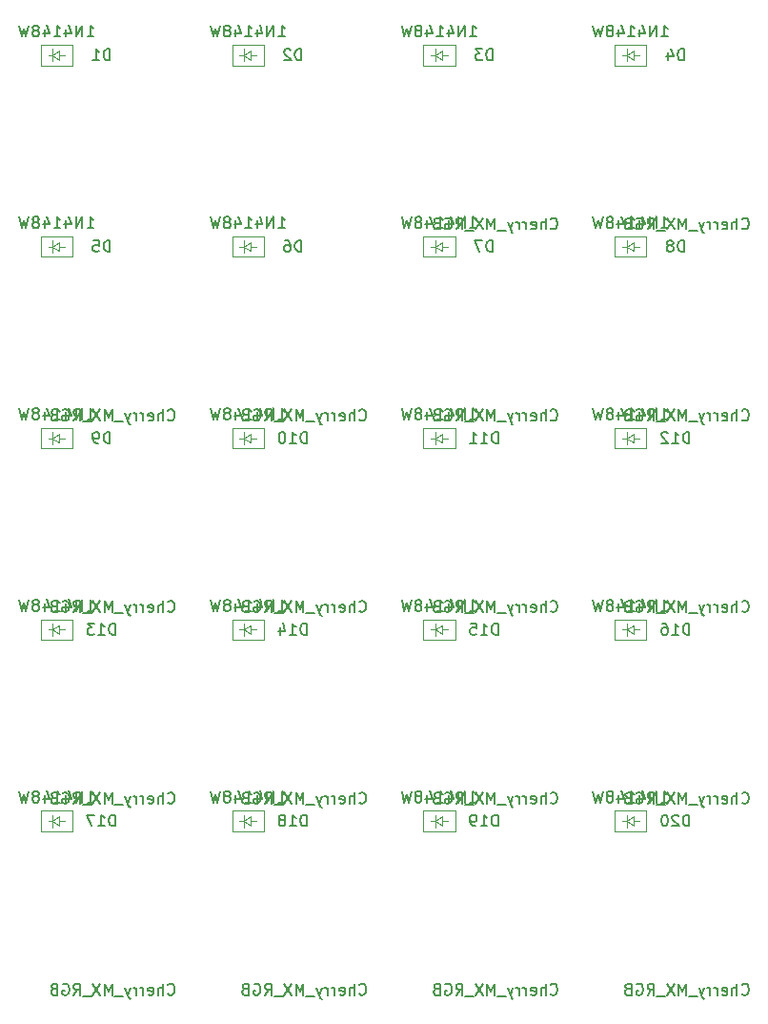
<source format=gbr>
%TF.GenerationSoftware,KiCad,Pcbnew,(5.1.10)-1*%
%TF.CreationDate,2021-08-08T16:05:11+01:00*%
%TF.ProjectId,bongopad,626f6e67-6f70-4616-942e-6b696361645f,1*%
%TF.SameCoordinates,PXb71b00PYb71b00*%
%TF.FileFunction,Other,Fab,Bot*%
%FSLAX46Y46*%
G04 Gerber Fmt 4.6, Leading zero omitted, Abs format (unit mm)*
G04 Created by KiCad (PCBNEW (5.1.10)-1) date 2021-08-08 16:05:11*
%MOMM*%
%LPD*%
G01*
G04 APERTURE LIST*
%ADD10C,0.100000*%
%ADD11C,0.150000*%
G04 APERTURE END LIST*
D10*
%TO.C,D20*%
X82600000Y-81200000D02*
X83100000Y-81200000D01*
X82600000Y-80800000D02*
X82000000Y-81200000D01*
X82600000Y-81600000D02*
X82600000Y-80800000D01*
X82000000Y-81200000D02*
X82600000Y-81600000D01*
X82000000Y-81200000D02*
X82000000Y-80650000D01*
X82000000Y-81200000D02*
X82000000Y-81750000D01*
X81600000Y-81200000D02*
X82000000Y-81200000D01*
X80950000Y-80300000D02*
X80950000Y-82100000D01*
X83750000Y-80300000D02*
X80950000Y-80300000D01*
X83750000Y-82100000D02*
X83750000Y-80300000D01*
X80950000Y-82100000D02*
X83750000Y-82100000D01*
%TO.C,D19*%
X65600000Y-81200000D02*
X66100000Y-81200000D01*
X65600000Y-80800000D02*
X65000000Y-81200000D01*
X65600000Y-81600000D02*
X65600000Y-80800000D01*
X65000000Y-81200000D02*
X65600000Y-81600000D01*
X65000000Y-81200000D02*
X65000000Y-80650000D01*
X65000000Y-81200000D02*
X65000000Y-81750000D01*
X64600000Y-81200000D02*
X65000000Y-81200000D01*
X63950000Y-80300000D02*
X63950000Y-82100000D01*
X66750000Y-80300000D02*
X63950000Y-80300000D01*
X66750000Y-82100000D02*
X66750000Y-80300000D01*
X63950000Y-82100000D02*
X66750000Y-82100000D01*
%TO.C,D18*%
X48600000Y-81200000D02*
X49100000Y-81200000D01*
X48600000Y-80800000D02*
X48000000Y-81200000D01*
X48600000Y-81600000D02*
X48600000Y-80800000D01*
X48000000Y-81200000D02*
X48600000Y-81600000D01*
X48000000Y-81200000D02*
X48000000Y-80650000D01*
X48000000Y-81200000D02*
X48000000Y-81750000D01*
X47600000Y-81200000D02*
X48000000Y-81200000D01*
X46950000Y-80300000D02*
X46950000Y-82100000D01*
X49750000Y-80300000D02*
X46950000Y-80300000D01*
X49750000Y-82100000D02*
X49750000Y-80300000D01*
X46950000Y-82100000D02*
X49750000Y-82100000D01*
%TO.C,D17*%
X31600000Y-81200000D02*
X32100000Y-81200000D01*
X31600000Y-80800000D02*
X31000000Y-81200000D01*
X31600000Y-81600000D02*
X31600000Y-80800000D01*
X31000000Y-81200000D02*
X31600000Y-81600000D01*
X31000000Y-81200000D02*
X31000000Y-80650000D01*
X31000000Y-81200000D02*
X31000000Y-81750000D01*
X30600000Y-81200000D02*
X31000000Y-81200000D01*
X29950000Y-80300000D02*
X29950000Y-82100000D01*
X32750000Y-80300000D02*
X29950000Y-80300000D01*
X32750000Y-82100000D02*
X32750000Y-80300000D01*
X29950000Y-82100000D02*
X32750000Y-82100000D01*
%TO.C,D16*%
X82600000Y-64200000D02*
X83100000Y-64200000D01*
X82600000Y-63800000D02*
X82000000Y-64200000D01*
X82600000Y-64600000D02*
X82600000Y-63800000D01*
X82000000Y-64200000D02*
X82600000Y-64600000D01*
X82000000Y-64200000D02*
X82000000Y-63650000D01*
X82000000Y-64200000D02*
X82000000Y-64750000D01*
X81600000Y-64200000D02*
X82000000Y-64200000D01*
X80950000Y-63300000D02*
X80950000Y-65100000D01*
X83750000Y-63300000D02*
X80950000Y-63300000D01*
X83750000Y-65100000D02*
X83750000Y-63300000D01*
X80950000Y-65100000D02*
X83750000Y-65100000D01*
%TO.C,D15*%
X65600000Y-64200000D02*
X66100000Y-64200000D01*
X65600000Y-63800000D02*
X65000000Y-64200000D01*
X65600000Y-64600000D02*
X65600000Y-63800000D01*
X65000000Y-64200000D02*
X65600000Y-64600000D01*
X65000000Y-64200000D02*
X65000000Y-63650000D01*
X65000000Y-64200000D02*
X65000000Y-64750000D01*
X64600000Y-64200000D02*
X65000000Y-64200000D01*
X63950000Y-63300000D02*
X63950000Y-65100000D01*
X66750000Y-63300000D02*
X63950000Y-63300000D01*
X66750000Y-65100000D02*
X66750000Y-63300000D01*
X63950000Y-65100000D02*
X66750000Y-65100000D01*
%TO.C,D14*%
X48600000Y-64200000D02*
X49100000Y-64200000D01*
X48600000Y-63800000D02*
X48000000Y-64200000D01*
X48600000Y-64600000D02*
X48600000Y-63800000D01*
X48000000Y-64200000D02*
X48600000Y-64600000D01*
X48000000Y-64200000D02*
X48000000Y-63650000D01*
X48000000Y-64200000D02*
X48000000Y-64750000D01*
X47600000Y-64200000D02*
X48000000Y-64200000D01*
X46950000Y-63300000D02*
X46950000Y-65100000D01*
X49750000Y-63300000D02*
X46950000Y-63300000D01*
X49750000Y-65100000D02*
X49750000Y-63300000D01*
X46950000Y-65100000D02*
X49750000Y-65100000D01*
%TO.C,D13*%
X31600000Y-64200000D02*
X32100000Y-64200000D01*
X31600000Y-63800000D02*
X31000000Y-64200000D01*
X31600000Y-64600000D02*
X31600000Y-63800000D01*
X31000000Y-64200000D02*
X31600000Y-64600000D01*
X31000000Y-64200000D02*
X31000000Y-63650000D01*
X31000000Y-64200000D02*
X31000000Y-64750000D01*
X30600000Y-64200000D02*
X31000000Y-64200000D01*
X29950000Y-63300000D02*
X29950000Y-65100000D01*
X32750000Y-63300000D02*
X29950000Y-63300000D01*
X32750000Y-65100000D02*
X32750000Y-63300000D01*
X29950000Y-65100000D02*
X32750000Y-65100000D01*
%TO.C,D12*%
X82600000Y-47200000D02*
X83100000Y-47200000D01*
X82600000Y-46800000D02*
X82000000Y-47200000D01*
X82600000Y-47600000D02*
X82600000Y-46800000D01*
X82000000Y-47200000D02*
X82600000Y-47600000D01*
X82000000Y-47200000D02*
X82000000Y-46650000D01*
X82000000Y-47200000D02*
X82000000Y-47750000D01*
X81600000Y-47200000D02*
X82000000Y-47200000D01*
X80950000Y-46300000D02*
X80950000Y-48100000D01*
X83750000Y-46300000D02*
X80950000Y-46300000D01*
X83750000Y-48100000D02*
X83750000Y-46300000D01*
X80950000Y-48100000D02*
X83750000Y-48100000D01*
%TO.C,D11*%
X65600000Y-47200000D02*
X66100000Y-47200000D01*
X65600000Y-46800000D02*
X65000000Y-47200000D01*
X65600000Y-47600000D02*
X65600000Y-46800000D01*
X65000000Y-47200000D02*
X65600000Y-47600000D01*
X65000000Y-47200000D02*
X65000000Y-46650000D01*
X65000000Y-47200000D02*
X65000000Y-47750000D01*
X64600000Y-47200000D02*
X65000000Y-47200000D01*
X63950000Y-46300000D02*
X63950000Y-48100000D01*
X66750000Y-46300000D02*
X63950000Y-46300000D01*
X66750000Y-48100000D02*
X66750000Y-46300000D01*
X63950000Y-48100000D02*
X66750000Y-48100000D01*
%TO.C,D10*%
X48600000Y-47200000D02*
X49100000Y-47200000D01*
X48600000Y-46800000D02*
X48000000Y-47200000D01*
X48600000Y-47600000D02*
X48600000Y-46800000D01*
X48000000Y-47200000D02*
X48600000Y-47600000D01*
X48000000Y-47200000D02*
X48000000Y-46650000D01*
X48000000Y-47200000D02*
X48000000Y-47750000D01*
X47600000Y-47200000D02*
X48000000Y-47200000D01*
X46950000Y-46300000D02*
X46950000Y-48100000D01*
X49750000Y-46300000D02*
X46950000Y-46300000D01*
X49750000Y-48100000D02*
X49750000Y-46300000D01*
X46950000Y-48100000D02*
X49750000Y-48100000D01*
%TO.C,D9*%
X31600000Y-47200000D02*
X32100000Y-47200000D01*
X31600000Y-46800000D02*
X31000000Y-47200000D01*
X31600000Y-47600000D02*
X31600000Y-46800000D01*
X31000000Y-47200000D02*
X31600000Y-47600000D01*
X31000000Y-47200000D02*
X31000000Y-46650000D01*
X31000000Y-47200000D02*
X31000000Y-47750000D01*
X30600000Y-47200000D02*
X31000000Y-47200000D01*
X29950000Y-46300000D02*
X29950000Y-48100000D01*
X32750000Y-46300000D02*
X29950000Y-46300000D01*
X32750000Y-48100000D02*
X32750000Y-46300000D01*
X29950000Y-48100000D02*
X32750000Y-48100000D01*
%TO.C,D8*%
X82600000Y-30200000D02*
X83100000Y-30200000D01*
X82600000Y-29800000D02*
X82000000Y-30200000D01*
X82600000Y-30600000D02*
X82600000Y-29800000D01*
X82000000Y-30200000D02*
X82600000Y-30600000D01*
X82000000Y-30200000D02*
X82000000Y-29650000D01*
X82000000Y-30200000D02*
X82000000Y-30750000D01*
X81600000Y-30200000D02*
X82000000Y-30200000D01*
X80950000Y-29300000D02*
X80950000Y-31100000D01*
X83750000Y-29300000D02*
X80950000Y-29300000D01*
X83750000Y-31100000D02*
X83750000Y-29300000D01*
X80950000Y-31100000D02*
X83750000Y-31100000D01*
%TO.C,D7*%
X65600000Y-30200000D02*
X66100000Y-30200000D01*
X65600000Y-29800000D02*
X65000000Y-30200000D01*
X65600000Y-30600000D02*
X65600000Y-29800000D01*
X65000000Y-30200000D02*
X65600000Y-30600000D01*
X65000000Y-30200000D02*
X65000000Y-29650000D01*
X65000000Y-30200000D02*
X65000000Y-30750000D01*
X64600000Y-30200000D02*
X65000000Y-30200000D01*
X63950000Y-29300000D02*
X63950000Y-31100000D01*
X66750000Y-29300000D02*
X63950000Y-29300000D01*
X66750000Y-31100000D02*
X66750000Y-29300000D01*
X63950000Y-31100000D02*
X66750000Y-31100000D01*
%TO.C,D6*%
X48600000Y-30200000D02*
X49100000Y-30200000D01*
X48600000Y-29800000D02*
X48000000Y-30200000D01*
X48600000Y-30600000D02*
X48600000Y-29800000D01*
X48000000Y-30200000D02*
X48600000Y-30600000D01*
X48000000Y-30200000D02*
X48000000Y-29650000D01*
X48000000Y-30200000D02*
X48000000Y-30750000D01*
X47600000Y-30200000D02*
X48000000Y-30200000D01*
X46950000Y-29300000D02*
X46950000Y-31100000D01*
X49750000Y-29300000D02*
X46950000Y-29300000D01*
X49750000Y-31100000D02*
X49750000Y-29300000D01*
X46950000Y-31100000D02*
X49750000Y-31100000D01*
%TO.C,D5*%
X31600000Y-30200000D02*
X32100000Y-30200000D01*
X31600000Y-29800000D02*
X31000000Y-30200000D01*
X31600000Y-30600000D02*
X31600000Y-29800000D01*
X31000000Y-30200000D02*
X31600000Y-30600000D01*
X31000000Y-30200000D02*
X31000000Y-29650000D01*
X31000000Y-30200000D02*
X31000000Y-30750000D01*
X30600000Y-30200000D02*
X31000000Y-30200000D01*
X29950000Y-29300000D02*
X29950000Y-31100000D01*
X32750000Y-29300000D02*
X29950000Y-29300000D01*
X32750000Y-31100000D02*
X32750000Y-29300000D01*
X29950000Y-31100000D02*
X32750000Y-31100000D01*
%TO.C,D4*%
X82600000Y-13200000D02*
X83100000Y-13200000D01*
X82600000Y-12800000D02*
X82000000Y-13200000D01*
X82600000Y-13600000D02*
X82600000Y-12800000D01*
X82000000Y-13200000D02*
X82600000Y-13600000D01*
X82000000Y-13200000D02*
X82000000Y-12650000D01*
X82000000Y-13200000D02*
X82000000Y-13750000D01*
X81600000Y-13200000D02*
X82000000Y-13200000D01*
X80950000Y-12300000D02*
X80950000Y-14100000D01*
X83750000Y-12300000D02*
X80950000Y-12300000D01*
X83750000Y-14100000D02*
X83750000Y-12300000D01*
X80950000Y-14100000D02*
X83750000Y-14100000D01*
%TO.C,D3*%
X65600000Y-13200000D02*
X66100000Y-13200000D01*
X65600000Y-12800000D02*
X65000000Y-13200000D01*
X65600000Y-13600000D02*
X65600000Y-12800000D01*
X65000000Y-13200000D02*
X65600000Y-13600000D01*
X65000000Y-13200000D02*
X65000000Y-12650000D01*
X65000000Y-13200000D02*
X65000000Y-13750000D01*
X64600000Y-13200000D02*
X65000000Y-13200000D01*
X63950000Y-12300000D02*
X63950000Y-14100000D01*
X66750000Y-12300000D02*
X63950000Y-12300000D01*
X66750000Y-14100000D02*
X66750000Y-12300000D01*
X63950000Y-14100000D02*
X66750000Y-14100000D01*
%TO.C,D2*%
X48600000Y-13200000D02*
X49100000Y-13200000D01*
X48600000Y-12800000D02*
X48000000Y-13200000D01*
X48600000Y-13600000D02*
X48600000Y-12800000D01*
X48000000Y-13200000D02*
X48600000Y-13600000D01*
X48000000Y-13200000D02*
X48000000Y-12650000D01*
X48000000Y-13200000D02*
X48000000Y-13750000D01*
X47600000Y-13200000D02*
X48000000Y-13200000D01*
X46950000Y-12300000D02*
X46950000Y-14100000D01*
X49750000Y-12300000D02*
X46950000Y-12300000D01*
X49750000Y-14100000D02*
X49750000Y-12300000D01*
X46950000Y-14100000D02*
X49750000Y-14100000D01*
%TO.C,D1*%
X31600000Y-13200000D02*
X32100000Y-13200000D01*
X31600000Y-12800000D02*
X31000000Y-13200000D01*
X31600000Y-13600000D02*
X31600000Y-12800000D01*
X31000000Y-13200000D02*
X31600000Y-13600000D01*
X31000000Y-13200000D02*
X31000000Y-12650000D01*
X31000000Y-13200000D02*
X31000000Y-13750000D01*
X30600000Y-13200000D02*
X31000000Y-13200000D01*
X29950000Y-12300000D02*
X29950000Y-14100000D01*
X32750000Y-12300000D02*
X29950000Y-12300000D01*
X32750000Y-14100000D02*
X32750000Y-12300000D01*
X29950000Y-14100000D02*
X32750000Y-14100000D01*
%TD*%
%TO.C,D20*%
D11*
X85064285Y-79552380D02*
X85635714Y-79552380D01*
X85350000Y-79552380D02*
X85350000Y-78552380D01*
X85445238Y-78695238D01*
X85540476Y-78790476D01*
X85635714Y-78838095D01*
X84635714Y-79552380D02*
X84635714Y-78552380D01*
X84064285Y-79552380D01*
X84064285Y-78552380D01*
X83159523Y-78885714D02*
X83159523Y-79552380D01*
X83397619Y-78504761D02*
X83635714Y-79219047D01*
X83016666Y-79219047D01*
X82111904Y-79552380D02*
X82683333Y-79552380D01*
X82397619Y-79552380D02*
X82397619Y-78552380D01*
X82492857Y-78695238D01*
X82588095Y-78790476D01*
X82683333Y-78838095D01*
X81254761Y-78885714D02*
X81254761Y-79552380D01*
X81492857Y-78504761D02*
X81730952Y-79219047D01*
X81111904Y-79219047D01*
X80588095Y-78980952D02*
X80683333Y-78933333D01*
X80730952Y-78885714D01*
X80778571Y-78790476D01*
X80778571Y-78742857D01*
X80730952Y-78647619D01*
X80683333Y-78600000D01*
X80588095Y-78552380D01*
X80397619Y-78552380D01*
X80302380Y-78600000D01*
X80254761Y-78647619D01*
X80207142Y-78742857D01*
X80207142Y-78790476D01*
X80254761Y-78885714D01*
X80302380Y-78933333D01*
X80397619Y-78980952D01*
X80588095Y-78980952D01*
X80683333Y-79028571D01*
X80730952Y-79076190D01*
X80778571Y-79171428D01*
X80778571Y-79361904D01*
X80730952Y-79457142D01*
X80683333Y-79504761D01*
X80588095Y-79552380D01*
X80397619Y-79552380D01*
X80302380Y-79504761D01*
X80254761Y-79457142D01*
X80207142Y-79361904D01*
X80207142Y-79171428D01*
X80254761Y-79076190D01*
X80302380Y-79028571D01*
X80397619Y-78980952D01*
X79873809Y-78552380D02*
X79635714Y-79552380D01*
X79445238Y-78838095D01*
X79254761Y-79552380D01*
X79016666Y-78552380D01*
X87564285Y-81652380D02*
X87564285Y-80652380D01*
X87326190Y-80652380D01*
X87183333Y-80700000D01*
X87088095Y-80795238D01*
X87040476Y-80890476D01*
X86992857Y-81080952D01*
X86992857Y-81223809D01*
X87040476Y-81414285D01*
X87088095Y-81509523D01*
X87183333Y-81604761D01*
X87326190Y-81652380D01*
X87564285Y-81652380D01*
X86611904Y-80747619D02*
X86564285Y-80700000D01*
X86469047Y-80652380D01*
X86230952Y-80652380D01*
X86135714Y-80700000D01*
X86088095Y-80747619D01*
X86040476Y-80842857D01*
X86040476Y-80938095D01*
X86088095Y-81080952D01*
X86659523Y-81652380D01*
X86040476Y-81652380D01*
X85421428Y-80652380D02*
X85326190Y-80652380D01*
X85230952Y-80700000D01*
X85183333Y-80747619D01*
X85135714Y-80842857D01*
X85088095Y-81033333D01*
X85088095Y-81271428D01*
X85135714Y-81461904D01*
X85183333Y-81557142D01*
X85230952Y-81604761D01*
X85326190Y-81652380D01*
X85421428Y-81652380D01*
X85516666Y-81604761D01*
X85564285Y-81557142D01*
X85611904Y-81461904D01*
X85659523Y-81271428D01*
X85659523Y-81033333D01*
X85611904Y-80842857D01*
X85564285Y-80747619D01*
X85516666Y-80700000D01*
X85421428Y-80652380D01*
%TO.C,D19*%
X68064285Y-79552380D02*
X68635714Y-79552380D01*
X68350000Y-79552380D02*
X68350000Y-78552380D01*
X68445238Y-78695238D01*
X68540476Y-78790476D01*
X68635714Y-78838095D01*
X67635714Y-79552380D02*
X67635714Y-78552380D01*
X67064285Y-79552380D01*
X67064285Y-78552380D01*
X66159523Y-78885714D02*
X66159523Y-79552380D01*
X66397619Y-78504761D02*
X66635714Y-79219047D01*
X66016666Y-79219047D01*
X65111904Y-79552380D02*
X65683333Y-79552380D01*
X65397619Y-79552380D02*
X65397619Y-78552380D01*
X65492857Y-78695238D01*
X65588095Y-78790476D01*
X65683333Y-78838095D01*
X64254761Y-78885714D02*
X64254761Y-79552380D01*
X64492857Y-78504761D02*
X64730952Y-79219047D01*
X64111904Y-79219047D01*
X63588095Y-78980952D02*
X63683333Y-78933333D01*
X63730952Y-78885714D01*
X63778571Y-78790476D01*
X63778571Y-78742857D01*
X63730952Y-78647619D01*
X63683333Y-78600000D01*
X63588095Y-78552380D01*
X63397619Y-78552380D01*
X63302380Y-78600000D01*
X63254761Y-78647619D01*
X63207142Y-78742857D01*
X63207142Y-78790476D01*
X63254761Y-78885714D01*
X63302380Y-78933333D01*
X63397619Y-78980952D01*
X63588095Y-78980952D01*
X63683333Y-79028571D01*
X63730952Y-79076190D01*
X63778571Y-79171428D01*
X63778571Y-79361904D01*
X63730952Y-79457142D01*
X63683333Y-79504761D01*
X63588095Y-79552380D01*
X63397619Y-79552380D01*
X63302380Y-79504761D01*
X63254761Y-79457142D01*
X63207142Y-79361904D01*
X63207142Y-79171428D01*
X63254761Y-79076190D01*
X63302380Y-79028571D01*
X63397619Y-78980952D01*
X62873809Y-78552380D02*
X62635714Y-79552380D01*
X62445238Y-78838095D01*
X62254761Y-79552380D01*
X62016666Y-78552380D01*
X70564285Y-81652380D02*
X70564285Y-80652380D01*
X70326190Y-80652380D01*
X70183333Y-80700000D01*
X70088095Y-80795238D01*
X70040476Y-80890476D01*
X69992857Y-81080952D01*
X69992857Y-81223809D01*
X70040476Y-81414285D01*
X70088095Y-81509523D01*
X70183333Y-81604761D01*
X70326190Y-81652380D01*
X70564285Y-81652380D01*
X69040476Y-81652380D02*
X69611904Y-81652380D01*
X69326190Y-81652380D02*
X69326190Y-80652380D01*
X69421428Y-80795238D01*
X69516666Y-80890476D01*
X69611904Y-80938095D01*
X68564285Y-81652380D02*
X68373809Y-81652380D01*
X68278571Y-81604761D01*
X68230952Y-81557142D01*
X68135714Y-81414285D01*
X68088095Y-81223809D01*
X68088095Y-80842857D01*
X68135714Y-80747619D01*
X68183333Y-80700000D01*
X68278571Y-80652380D01*
X68469047Y-80652380D01*
X68564285Y-80700000D01*
X68611904Y-80747619D01*
X68659523Y-80842857D01*
X68659523Y-81080952D01*
X68611904Y-81176190D01*
X68564285Y-81223809D01*
X68469047Y-81271428D01*
X68278571Y-81271428D01*
X68183333Y-81223809D01*
X68135714Y-81176190D01*
X68088095Y-81080952D01*
%TO.C,D18*%
X51064285Y-79552380D02*
X51635714Y-79552380D01*
X51350000Y-79552380D02*
X51350000Y-78552380D01*
X51445238Y-78695238D01*
X51540476Y-78790476D01*
X51635714Y-78838095D01*
X50635714Y-79552380D02*
X50635714Y-78552380D01*
X50064285Y-79552380D01*
X50064285Y-78552380D01*
X49159523Y-78885714D02*
X49159523Y-79552380D01*
X49397619Y-78504761D02*
X49635714Y-79219047D01*
X49016666Y-79219047D01*
X48111904Y-79552380D02*
X48683333Y-79552380D01*
X48397619Y-79552380D02*
X48397619Y-78552380D01*
X48492857Y-78695238D01*
X48588095Y-78790476D01*
X48683333Y-78838095D01*
X47254761Y-78885714D02*
X47254761Y-79552380D01*
X47492857Y-78504761D02*
X47730952Y-79219047D01*
X47111904Y-79219047D01*
X46588095Y-78980952D02*
X46683333Y-78933333D01*
X46730952Y-78885714D01*
X46778571Y-78790476D01*
X46778571Y-78742857D01*
X46730952Y-78647619D01*
X46683333Y-78600000D01*
X46588095Y-78552380D01*
X46397619Y-78552380D01*
X46302380Y-78600000D01*
X46254761Y-78647619D01*
X46207142Y-78742857D01*
X46207142Y-78790476D01*
X46254761Y-78885714D01*
X46302380Y-78933333D01*
X46397619Y-78980952D01*
X46588095Y-78980952D01*
X46683333Y-79028571D01*
X46730952Y-79076190D01*
X46778571Y-79171428D01*
X46778571Y-79361904D01*
X46730952Y-79457142D01*
X46683333Y-79504761D01*
X46588095Y-79552380D01*
X46397619Y-79552380D01*
X46302380Y-79504761D01*
X46254761Y-79457142D01*
X46207142Y-79361904D01*
X46207142Y-79171428D01*
X46254761Y-79076190D01*
X46302380Y-79028571D01*
X46397619Y-78980952D01*
X45873809Y-78552380D02*
X45635714Y-79552380D01*
X45445238Y-78838095D01*
X45254761Y-79552380D01*
X45016666Y-78552380D01*
X53564285Y-81652380D02*
X53564285Y-80652380D01*
X53326190Y-80652380D01*
X53183333Y-80700000D01*
X53088095Y-80795238D01*
X53040476Y-80890476D01*
X52992857Y-81080952D01*
X52992857Y-81223809D01*
X53040476Y-81414285D01*
X53088095Y-81509523D01*
X53183333Y-81604761D01*
X53326190Y-81652380D01*
X53564285Y-81652380D01*
X52040476Y-81652380D02*
X52611904Y-81652380D01*
X52326190Y-81652380D02*
X52326190Y-80652380D01*
X52421428Y-80795238D01*
X52516666Y-80890476D01*
X52611904Y-80938095D01*
X51469047Y-81080952D02*
X51564285Y-81033333D01*
X51611904Y-80985714D01*
X51659523Y-80890476D01*
X51659523Y-80842857D01*
X51611904Y-80747619D01*
X51564285Y-80700000D01*
X51469047Y-80652380D01*
X51278571Y-80652380D01*
X51183333Y-80700000D01*
X51135714Y-80747619D01*
X51088095Y-80842857D01*
X51088095Y-80890476D01*
X51135714Y-80985714D01*
X51183333Y-81033333D01*
X51278571Y-81080952D01*
X51469047Y-81080952D01*
X51564285Y-81128571D01*
X51611904Y-81176190D01*
X51659523Y-81271428D01*
X51659523Y-81461904D01*
X51611904Y-81557142D01*
X51564285Y-81604761D01*
X51469047Y-81652380D01*
X51278571Y-81652380D01*
X51183333Y-81604761D01*
X51135714Y-81557142D01*
X51088095Y-81461904D01*
X51088095Y-81271428D01*
X51135714Y-81176190D01*
X51183333Y-81128571D01*
X51278571Y-81080952D01*
%TO.C,D17*%
X34064285Y-79552380D02*
X34635714Y-79552380D01*
X34350000Y-79552380D02*
X34350000Y-78552380D01*
X34445238Y-78695238D01*
X34540476Y-78790476D01*
X34635714Y-78838095D01*
X33635714Y-79552380D02*
X33635714Y-78552380D01*
X33064285Y-79552380D01*
X33064285Y-78552380D01*
X32159523Y-78885714D02*
X32159523Y-79552380D01*
X32397619Y-78504761D02*
X32635714Y-79219047D01*
X32016666Y-79219047D01*
X31111904Y-79552380D02*
X31683333Y-79552380D01*
X31397619Y-79552380D02*
X31397619Y-78552380D01*
X31492857Y-78695238D01*
X31588095Y-78790476D01*
X31683333Y-78838095D01*
X30254761Y-78885714D02*
X30254761Y-79552380D01*
X30492857Y-78504761D02*
X30730952Y-79219047D01*
X30111904Y-79219047D01*
X29588095Y-78980952D02*
X29683333Y-78933333D01*
X29730952Y-78885714D01*
X29778571Y-78790476D01*
X29778571Y-78742857D01*
X29730952Y-78647619D01*
X29683333Y-78600000D01*
X29588095Y-78552380D01*
X29397619Y-78552380D01*
X29302380Y-78600000D01*
X29254761Y-78647619D01*
X29207142Y-78742857D01*
X29207142Y-78790476D01*
X29254761Y-78885714D01*
X29302380Y-78933333D01*
X29397619Y-78980952D01*
X29588095Y-78980952D01*
X29683333Y-79028571D01*
X29730952Y-79076190D01*
X29778571Y-79171428D01*
X29778571Y-79361904D01*
X29730952Y-79457142D01*
X29683333Y-79504761D01*
X29588095Y-79552380D01*
X29397619Y-79552380D01*
X29302380Y-79504761D01*
X29254761Y-79457142D01*
X29207142Y-79361904D01*
X29207142Y-79171428D01*
X29254761Y-79076190D01*
X29302380Y-79028571D01*
X29397619Y-78980952D01*
X28873809Y-78552380D02*
X28635714Y-79552380D01*
X28445238Y-78838095D01*
X28254761Y-79552380D01*
X28016666Y-78552380D01*
X36564285Y-81652380D02*
X36564285Y-80652380D01*
X36326190Y-80652380D01*
X36183333Y-80700000D01*
X36088095Y-80795238D01*
X36040476Y-80890476D01*
X35992857Y-81080952D01*
X35992857Y-81223809D01*
X36040476Y-81414285D01*
X36088095Y-81509523D01*
X36183333Y-81604761D01*
X36326190Y-81652380D01*
X36564285Y-81652380D01*
X35040476Y-81652380D02*
X35611904Y-81652380D01*
X35326190Y-81652380D02*
X35326190Y-80652380D01*
X35421428Y-80795238D01*
X35516666Y-80890476D01*
X35611904Y-80938095D01*
X34707142Y-80652380D02*
X34040476Y-80652380D01*
X34469047Y-81652380D01*
%TO.C,D16*%
X85064285Y-62552380D02*
X85635714Y-62552380D01*
X85350000Y-62552380D02*
X85350000Y-61552380D01*
X85445238Y-61695238D01*
X85540476Y-61790476D01*
X85635714Y-61838095D01*
X84635714Y-62552380D02*
X84635714Y-61552380D01*
X84064285Y-62552380D01*
X84064285Y-61552380D01*
X83159523Y-61885714D02*
X83159523Y-62552380D01*
X83397619Y-61504761D02*
X83635714Y-62219047D01*
X83016666Y-62219047D01*
X82111904Y-62552380D02*
X82683333Y-62552380D01*
X82397619Y-62552380D02*
X82397619Y-61552380D01*
X82492857Y-61695238D01*
X82588095Y-61790476D01*
X82683333Y-61838095D01*
X81254761Y-61885714D02*
X81254761Y-62552380D01*
X81492857Y-61504761D02*
X81730952Y-62219047D01*
X81111904Y-62219047D01*
X80588095Y-61980952D02*
X80683333Y-61933333D01*
X80730952Y-61885714D01*
X80778571Y-61790476D01*
X80778571Y-61742857D01*
X80730952Y-61647619D01*
X80683333Y-61600000D01*
X80588095Y-61552380D01*
X80397619Y-61552380D01*
X80302380Y-61600000D01*
X80254761Y-61647619D01*
X80207142Y-61742857D01*
X80207142Y-61790476D01*
X80254761Y-61885714D01*
X80302380Y-61933333D01*
X80397619Y-61980952D01*
X80588095Y-61980952D01*
X80683333Y-62028571D01*
X80730952Y-62076190D01*
X80778571Y-62171428D01*
X80778571Y-62361904D01*
X80730952Y-62457142D01*
X80683333Y-62504761D01*
X80588095Y-62552380D01*
X80397619Y-62552380D01*
X80302380Y-62504761D01*
X80254761Y-62457142D01*
X80207142Y-62361904D01*
X80207142Y-62171428D01*
X80254761Y-62076190D01*
X80302380Y-62028571D01*
X80397619Y-61980952D01*
X79873809Y-61552380D02*
X79635714Y-62552380D01*
X79445238Y-61838095D01*
X79254761Y-62552380D01*
X79016666Y-61552380D01*
X87564285Y-64652380D02*
X87564285Y-63652380D01*
X87326190Y-63652380D01*
X87183333Y-63700000D01*
X87088095Y-63795238D01*
X87040476Y-63890476D01*
X86992857Y-64080952D01*
X86992857Y-64223809D01*
X87040476Y-64414285D01*
X87088095Y-64509523D01*
X87183333Y-64604761D01*
X87326190Y-64652380D01*
X87564285Y-64652380D01*
X86040476Y-64652380D02*
X86611904Y-64652380D01*
X86326190Y-64652380D02*
X86326190Y-63652380D01*
X86421428Y-63795238D01*
X86516666Y-63890476D01*
X86611904Y-63938095D01*
X85183333Y-63652380D02*
X85373809Y-63652380D01*
X85469047Y-63700000D01*
X85516666Y-63747619D01*
X85611904Y-63890476D01*
X85659523Y-64080952D01*
X85659523Y-64461904D01*
X85611904Y-64557142D01*
X85564285Y-64604761D01*
X85469047Y-64652380D01*
X85278571Y-64652380D01*
X85183333Y-64604761D01*
X85135714Y-64557142D01*
X85088095Y-64461904D01*
X85088095Y-64223809D01*
X85135714Y-64128571D01*
X85183333Y-64080952D01*
X85278571Y-64033333D01*
X85469047Y-64033333D01*
X85564285Y-64080952D01*
X85611904Y-64128571D01*
X85659523Y-64223809D01*
%TO.C,D15*%
X68064285Y-62552380D02*
X68635714Y-62552380D01*
X68350000Y-62552380D02*
X68350000Y-61552380D01*
X68445238Y-61695238D01*
X68540476Y-61790476D01*
X68635714Y-61838095D01*
X67635714Y-62552380D02*
X67635714Y-61552380D01*
X67064285Y-62552380D01*
X67064285Y-61552380D01*
X66159523Y-61885714D02*
X66159523Y-62552380D01*
X66397619Y-61504761D02*
X66635714Y-62219047D01*
X66016666Y-62219047D01*
X65111904Y-62552380D02*
X65683333Y-62552380D01*
X65397619Y-62552380D02*
X65397619Y-61552380D01*
X65492857Y-61695238D01*
X65588095Y-61790476D01*
X65683333Y-61838095D01*
X64254761Y-61885714D02*
X64254761Y-62552380D01*
X64492857Y-61504761D02*
X64730952Y-62219047D01*
X64111904Y-62219047D01*
X63588095Y-61980952D02*
X63683333Y-61933333D01*
X63730952Y-61885714D01*
X63778571Y-61790476D01*
X63778571Y-61742857D01*
X63730952Y-61647619D01*
X63683333Y-61600000D01*
X63588095Y-61552380D01*
X63397619Y-61552380D01*
X63302380Y-61600000D01*
X63254761Y-61647619D01*
X63207142Y-61742857D01*
X63207142Y-61790476D01*
X63254761Y-61885714D01*
X63302380Y-61933333D01*
X63397619Y-61980952D01*
X63588095Y-61980952D01*
X63683333Y-62028571D01*
X63730952Y-62076190D01*
X63778571Y-62171428D01*
X63778571Y-62361904D01*
X63730952Y-62457142D01*
X63683333Y-62504761D01*
X63588095Y-62552380D01*
X63397619Y-62552380D01*
X63302380Y-62504761D01*
X63254761Y-62457142D01*
X63207142Y-62361904D01*
X63207142Y-62171428D01*
X63254761Y-62076190D01*
X63302380Y-62028571D01*
X63397619Y-61980952D01*
X62873809Y-61552380D02*
X62635714Y-62552380D01*
X62445238Y-61838095D01*
X62254761Y-62552380D01*
X62016666Y-61552380D01*
X70564285Y-64652380D02*
X70564285Y-63652380D01*
X70326190Y-63652380D01*
X70183333Y-63700000D01*
X70088095Y-63795238D01*
X70040476Y-63890476D01*
X69992857Y-64080952D01*
X69992857Y-64223809D01*
X70040476Y-64414285D01*
X70088095Y-64509523D01*
X70183333Y-64604761D01*
X70326190Y-64652380D01*
X70564285Y-64652380D01*
X69040476Y-64652380D02*
X69611904Y-64652380D01*
X69326190Y-64652380D02*
X69326190Y-63652380D01*
X69421428Y-63795238D01*
X69516666Y-63890476D01*
X69611904Y-63938095D01*
X68135714Y-63652380D02*
X68611904Y-63652380D01*
X68659523Y-64128571D01*
X68611904Y-64080952D01*
X68516666Y-64033333D01*
X68278571Y-64033333D01*
X68183333Y-64080952D01*
X68135714Y-64128571D01*
X68088095Y-64223809D01*
X68088095Y-64461904D01*
X68135714Y-64557142D01*
X68183333Y-64604761D01*
X68278571Y-64652380D01*
X68516666Y-64652380D01*
X68611904Y-64604761D01*
X68659523Y-64557142D01*
%TO.C,D14*%
X51064285Y-62552380D02*
X51635714Y-62552380D01*
X51350000Y-62552380D02*
X51350000Y-61552380D01*
X51445238Y-61695238D01*
X51540476Y-61790476D01*
X51635714Y-61838095D01*
X50635714Y-62552380D02*
X50635714Y-61552380D01*
X50064285Y-62552380D01*
X50064285Y-61552380D01*
X49159523Y-61885714D02*
X49159523Y-62552380D01*
X49397619Y-61504761D02*
X49635714Y-62219047D01*
X49016666Y-62219047D01*
X48111904Y-62552380D02*
X48683333Y-62552380D01*
X48397619Y-62552380D02*
X48397619Y-61552380D01*
X48492857Y-61695238D01*
X48588095Y-61790476D01*
X48683333Y-61838095D01*
X47254761Y-61885714D02*
X47254761Y-62552380D01*
X47492857Y-61504761D02*
X47730952Y-62219047D01*
X47111904Y-62219047D01*
X46588095Y-61980952D02*
X46683333Y-61933333D01*
X46730952Y-61885714D01*
X46778571Y-61790476D01*
X46778571Y-61742857D01*
X46730952Y-61647619D01*
X46683333Y-61600000D01*
X46588095Y-61552380D01*
X46397619Y-61552380D01*
X46302380Y-61600000D01*
X46254761Y-61647619D01*
X46207142Y-61742857D01*
X46207142Y-61790476D01*
X46254761Y-61885714D01*
X46302380Y-61933333D01*
X46397619Y-61980952D01*
X46588095Y-61980952D01*
X46683333Y-62028571D01*
X46730952Y-62076190D01*
X46778571Y-62171428D01*
X46778571Y-62361904D01*
X46730952Y-62457142D01*
X46683333Y-62504761D01*
X46588095Y-62552380D01*
X46397619Y-62552380D01*
X46302380Y-62504761D01*
X46254761Y-62457142D01*
X46207142Y-62361904D01*
X46207142Y-62171428D01*
X46254761Y-62076190D01*
X46302380Y-62028571D01*
X46397619Y-61980952D01*
X45873809Y-61552380D02*
X45635714Y-62552380D01*
X45445238Y-61838095D01*
X45254761Y-62552380D01*
X45016666Y-61552380D01*
X53564285Y-64652380D02*
X53564285Y-63652380D01*
X53326190Y-63652380D01*
X53183333Y-63700000D01*
X53088095Y-63795238D01*
X53040476Y-63890476D01*
X52992857Y-64080952D01*
X52992857Y-64223809D01*
X53040476Y-64414285D01*
X53088095Y-64509523D01*
X53183333Y-64604761D01*
X53326190Y-64652380D01*
X53564285Y-64652380D01*
X52040476Y-64652380D02*
X52611904Y-64652380D01*
X52326190Y-64652380D02*
X52326190Y-63652380D01*
X52421428Y-63795238D01*
X52516666Y-63890476D01*
X52611904Y-63938095D01*
X51183333Y-63985714D02*
X51183333Y-64652380D01*
X51421428Y-63604761D02*
X51659523Y-64319047D01*
X51040476Y-64319047D01*
%TO.C,D13*%
X34064285Y-62552380D02*
X34635714Y-62552380D01*
X34350000Y-62552380D02*
X34350000Y-61552380D01*
X34445238Y-61695238D01*
X34540476Y-61790476D01*
X34635714Y-61838095D01*
X33635714Y-62552380D02*
X33635714Y-61552380D01*
X33064285Y-62552380D01*
X33064285Y-61552380D01*
X32159523Y-61885714D02*
X32159523Y-62552380D01*
X32397619Y-61504761D02*
X32635714Y-62219047D01*
X32016666Y-62219047D01*
X31111904Y-62552380D02*
X31683333Y-62552380D01*
X31397619Y-62552380D02*
X31397619Y-61552380D01*
X31492857Y-61695238D01*
X31588095Y-61790476D01*
X31683333Y-61838095D01*
X30254761Y-61885714D02*
X30254761Y-62552380D01*
X30492857Y-61504761D02*
X30730952Y-62219047D01*
X30111904Y-62219047D01*
X29588095Y-61980952D02*
X29683333Y-61933333D01*
X29730952Y-61885714D01*
X29778571Y-61790476D01*
X29778571Y-61742857D01*
X29730952Y-61647619D01*
X29683333Y-61600000D01*
X29588095Y-61552380D01*
X29397619Y-61552380D01*
X29302380Y-61600000D01*
X29254761Y-61647619D01*
X29207142Y-61742857D01*
X29207142Y-61790476D01*
X29254761Y-61885714D01*
X29302380Y-61933333D01*
X29397619Y-61980952D01*
X29588095Y-61980952D01*
X29683333Y-62028571D01*
X29730952Y-62076190D01*
X29778571Y-62171428D01*
X29778571Y-62361904D01*
X29730952Y-62457142D01*
X29683333Y-62504761D01*
X29588095Y-62552380D01*
X29397619Y-62552380D01*
X29302380Y-62504761D01*
X29254761Y-62457142D01*
X29207142Y-62361904D01*
X29207142Y-62171428D01*
X29254761Y-62076190D01*
X29302380Y-62028571D01*
X29397619Y-61980952D01*
X28873809Y-61552380D02*
X28635714Y-62552380D01*
X28445238Y-61838095D01*
X28254761Y-62552380D01*
X28016666Y-61552380D01*
X36564285Y-64652380D02*
X36564285Y-63652380D01*
X36326190Y-63652380D01*
X36183333Y-63700000D01*
X36088095Y-63795238D01*
X36040476Y-63890476D01*
X35992857Y-64080952D01*
X35992857Y-64223809D01*
X36040476Y-64414285D01*
X36088095Y-64509523D01*
X36183333Y-64604761D01*
X36326190Y-64652380D01*
X36564285Y-64652380D01*
X35040476Y-64652380D02*
X35611904Y-64652380D01*
X35326190Y-64652380D02*
X35326190Y-63652380D01*
X35421428Y-63795238D01*
X35516666Y-63890476D01*
X35611904Y-63938095D01*
X34707142Y-63652380D02*
X34088095Y-63652380D01*
X34421428Y-64033333D01*
X34278571Y-64033333D01*
X34183333Y-64080952D01*
X34135714Y-64128571D01*
X34088095Y-64223809D01*
X34088095Y-64461904D01*
X34135714Y-64557142D01*
X34183333Y-64604761D01*
X34278571Y-64652380D01*
X34564285Y-64652380D01*
X34659523Y-64604761D01*
X34707142Y-64557142D01*
%TO.C,D12*%
X85064285Y-45552380D02*
X85635714Y-45552380D01*
X85350000Y-45552380D02*
X85350000Y-44552380D01*
X85445238Y-44695238D01*
X85540476Y-44790476D01*
X85635714Y-44838095D01*
X84635714Y-45552380D02*
X84635714Y-44552380D01*
X84064285Y-45552380D01*
X84064285Y-44552380D01*
X83159523Y-44885714D02*
X83159523Y-45552380D01*
X83397619Y-44504761D02*
X83635714Y-45219047D01*
X83016666Y-45219047D01*
X82111904Y-45552380D02*
X82683333Y-45552380D01*
X82397619Y-45552380D02*
X82397619Y-44552380D01*
X82492857Y-44695238D01*
X82588095Y-44790476D01*
X82683333Y-44838095D01*
X81254761Y-44885714D02*
X81254761Y-45552380D01*
X81492857Y-44504761D02*
X81730952Y-45219047D01*
X81111904Y-45219047D01*
X80588095Y-44980952D02*
X80683333Y-44933333D01*
X80730952Y-44885714D01*
X80778571Y-44790476D01*
X80778571Y-44742857D01*
X80730952Y-44647619D01*
X80683333Y-44600000D01*
X80588095Y-44552380D01*
X80397619Y-44552380D01*
X80302380Y-44600000D01*
X80254761Y-44647619D01*
X80207142Y-44742857D01*
X80207142Y-44790476D01*
X80254761Y-44885714D01*
X80302380Y-44933333D01*
X80397619Y-44980952D01*
X80588095Y-44980952D01*
X80683333Y-45028571D01*
X80730952Y-45076190D01*
X80778571Y-45171428D01*
X80778571Y-45361904D01*
X80730952Y-45457142D01*
X80683333Y-45504761D01*
X80588095Y-45552380D01*
X80397619Y-45552380D01*
X80302380Y-45504761D01*
X80254761Y-45457142D01*
X80207142Y-45361904D01*
X80207142Y-45171428D01*
X80254761Y-45076190D01*
X80302380Y-45028571D01*
X80397619Y-44980952D01*
X79873809Y-44552380D02*
X79635714Y-45552380D01*
X79445238Y-44838095D01*
X79254761Y-45552380D01*
X79016666Y-44552380D01*
X87564285Y-47652380D02*
X87564285Y-46652380D01*
X87326190Y-46652380D01*
X87183333Y-46700000D01*
X87088095Y-46795238D01*
X87040476Y-46890476D01*
X86992857Y-47080952D01*
X86992857Y-47223809D01*
X87040476Y-47414285D01*
X87088095Y-47509523D01*
X87183333Y-47604761D01*
X87326190Y-47652380D01*
X87564285Y-47652380D01*
X86040476Y-47652380D02*
X86611904Y-47652380D01*
X86326190Y-47652380D02*
X86326190Y-46652380D01*
X86421428Y-46795238D01*
X86516666Y-46890476D01*
X86611904Y-46938095D01*
X85659523Y-46747619D02*
X85611904Y-46700000D01*
X85516666Y-46652380D01*
X85278571Y-46652380D01*
X85183333Y-46700000D01*
X85135714Y-46747619D01*
X85088095Y-46842857D01*
X85088095Y-46938095D01*
X85135714Y-47080952D01*
X85707142Y-47652380D01*
X85088095Y-47652380D01*
%TO.C,D11*%
X68064285Y-45552380D02*
X68635714Y-45552380D01*
X68350000Y-45552380D02*
X68350000Y-44552380D01*
X68445238Y-44695238D01*
X68540476Y-44790476D01*
X68635714Y-44838095D01*
X67635714Y-45552380D02*
X67635714Y-44552380D01*
X67064285Y-45552380D01*
X67064285Y-44552380D01*
X66159523Y-44885714D02*
X66159523Y-45552380D01*
X66397619Y-44504761D02*
X66635714Y-45219047D01*
X66016666Y-45219047D01*
X65111904Y-45552380D02*
X65683333Y-45552380D01*
X65397619Y-45552380D02*
X65397619Y-44552380D01*
X65492857Y-44695238D01*
X65588095Y-44790476D01*
X65683333Y-44838095D01*
X64254761Y-44885714D02*
X64254761Y-45552380D01*
X64492857Y-44504761D02*
X64730952Y-45219047D01*
X64111904Y-45219047D01*
X63588095Y-44980952D02*
X63683333Y-44933333D01*
X63730952Y-44885714D01*
X63778571Y-44790476D01*
X63778571Y-44742857D01*
X63730952Y-44647619D01*
X63683333Y-44600000D01*
X63588095Y-44552380D01*
X63397619Y-44552380D01*
X63302380Y-44600000D01*
X63254761Y-44647619D01*
X63207142Y-44742857D01*
X63207142Y-44790476D01*
X63254761Y-44885714D01*
X63302380Y-44933333D01*
X63397619Y-44980952D01*
X63588095Y-44980952D01*
X63683333Y-45028571D01*
X63730952Y-45076190D01*
X63778571Y-45171428D01*
X63778571Y-45361904D01*
X63730952Y-45457142D01*
X63683333Y-45504761D01*
X63588095Y-45552380D01*
X63397619Y-45552380D01*
X63302380Y-45504761D01*
X63254761Y-45457142D01*
X63207142Y-45361904D01*
X63207142Y-45171428D01*
X63254761Y-45076190D01*
X63302380Y-45028571D01*
X63397619Y-44980952D01*
X62873809Y-44552380D02*
X62635714Y-45552380D01*
X62445238Y-44838095D01*
X62254761Y-45552380D01*
X62016666Y-44552380D01*
X70564285Y-47652380D02*
X70564285Y-46652380D01*
X70326190Y-46652380D01*
X70183333Y-46700000D01*
X70088095Y-46795238D01*
X70040476Y-46890476D01*
X69992857Y-47080952D01*
X69992857Y-47223809D01*
X70040476Y-47414285D01*
X70088095Y-47509523D01*
X70183333Y-47604761D01*
X70326190Y-47652380D01*
X70564285Y-47652380D01*
X69040476Y-47652380D02*
X69611904Y-47652380D01*
X69326190Y-47652380D02*
X69326190Y-46652380D01*
X69421428Y-46795238D01*
X69516666Y-46890476D01*
X69611904Y-46938095D01*
X68088095Y-47652380D02*
X68659523Y-47652380D01*
X68373809Y-47652380D02*
X68373809Y-46652380D01*
X68469047Y-46795238D01*
X68564285Y-46890476D01*
X68659523Y-46938095D01*
%TO.C,D10*%
X51064285Y-45552380D02*
X51635714Y-45552380D01*
X51350000Y-45552380D02*
X51350000Y-44552380D01*
X51445238Y-44695238D01*
X51540476Y-44790476D01*
X51635714Y-44838095D01*
X50635714Y-45552380D02*
X50635714Y-44552380D01*
X50064285Y-45552380D01*
X50064285Y-44552380D01*
X49159523Y-44885714D02*
X49159523Y-45552380D01*
X49397619Y-44504761D02*
X49635714Y-45219047D01*
X49016666Y-45219047D01*
X48111904Y-45552380D02*
X48683333Y-45552380D01*
X48397619Y-45552380D02*
X48397619Y-44552380D01*
X48492857Y-44695238D01*
X48588095Y-44790476D01*
X48683333Y-44838095D01*
X47254761Y-44885714D02*
X47254761Y-45552380D01*
X47492857Y-44504761D02*
X47730952Y-45219047D01*
X47111904Y-45219047D01*
X46588095Y-44980952D02*
X46683333Y-44933333D01*
X46730952Y-44885714D01*
X46778571Y-44790476D01*
X46778571Y-44742857D01*
X46730952Y-44647619D01*
X46683333Y-44600000D01*
X46588095Y-44552380D01*
X46397619Y-44552380D01*
X46302380Y-44600000D01*
X46254761Y-44647619D01*
X46207142Y-44742857D01*
X46207142Y-44790476D01*
X46254761Y-44885714D01*
X46302380Y-44933333D01*
X46397619Y-44980952D01*
X46588095Y-44980952D01*
X46683333Y-45028571D01*
X46730952Y-45076190D01*
X46778571Y-45171428D01*
X46778571Y-45361904D01*
X46730952Y-45457142D01*
X46683333Y-45504761D01*
X46588095Y-45552380D01*
X46397619Y-45552380D01*
X46302380Y-45504761D01*
X46254761Y-45457142D01*
X46207142Y-45361904D01*
X46207142Y-45171428D01*
X46254761Y-45076190D01*
X46302380Y-45028571D01*
X46397619Y-44980952D01*
X45873809Y-44552380D02*
X45635714Y-45552380D01*
X45445238Y-44838095D01*
X45254761Y-45552380D01*
X45016666Y-44552380D01*
X53564285Y-47652380D02*
X53564285Y-46652380D01*
X53326190Y-46652380D01*
X53183333Y-46700000D01*
X53088095Y-46795238D01*
X53040476Y-46890476D01*
X52992857Y-47080952D01*
X52992857Y-47223809D01*
X53040476Y-47414285D01*
X53088095Y-47509523D01*
X53183333Y-47604761D01*
X53326190Y-47652380D01*
X53564285Y-47652380D01*
X52040476Y-47652380D02*
X52611904Y-47652380D01*
X52326190Y-47652380D02*
X52326190Y-46652380D01*
X52421428Y-46795238D01*
X52516666Y-46890476D01*
X52611904Y-46938095D01*
X51421428Y-46652380D02*
X51326190Y-46652380D01*
X51230952Y-46700000D01*
X51183333Y-46747619D01*
X51135714Y-46842857D01*
X51088095Y-47033333D01*
X51088095Y-47271428D01*
X51135714Y-47461904D01*
X51183333Y-47557142D01*
X51230952Y-47604761D01*
X51326190Y-47652380D01*
X51421428Y-47652380D01*
X51516666Y-47604761D01*
X51564285Y-47557142D01*
X51611904Y-47461904D01*
X51659523Y-47271428D01*
X51659523Y-47033333D01*
X51611904Y-46842857D01*
X51564285Y-46747619D01*
X51516666Y-46700000D01*
X51421428Y-46652380D01*
%TO.C,D9*%
X34064285Y-45552380D02*
X34635714Y-45552380D01*
X34350000Y-45552380D02*
X34350000Y-44552380D01*
X34445238Y-44695238D01*
X34540476Y-44790476D01*
X34635714Y-44838095D01*
X33635714Y-45552380D02*
X33635714Y-44552380D01*
X33064285Y-45552380D01*
X33064285Y-44552380D01*
X32159523Y-44885714D02*
X32159523Y-45552380D01*
X32397619Y-44504761D02*
X32635714Y-45219047D01*
X32016666Y-45219047D01*
X31111904Y-45552380D02*
X31683333Y-45552380D01*
X31397619Y-45552380D02*
X31397619Y-44552380D01*
X31492857Y-44695238D01*
X31588095Y-44790476D01*
X31683333Y-44838095D01*
X30254761Y-44885714D02*
X30254761Y-45552380D01*
X30492857Y-44504761D02*
X30730952Y-45219047D01*
X30111904Y-45219047D01*
X29588095Y-44980952D02*
X29683333Y-44933333D01*
X29730952Y-44885714D01*
X29778571Y-44790476D01*
X29778571Y-44742857D01*
X29730952Y-44647619D01*
X29683333Y-44600000D01*
X29588095Y-44552380D01*
X29397619Y-44552380D01*
X29302380Y-44600000D01*
X29254761Y-44647619D01*
X29207142Y-44742857D01*
X29207142Y-44790476D01*
X29254761Y-44885714D01*
X29302380Y-44933333D01*
X29397619Y-44980952D01*
X29588095Y-44980952D01*
X29683333Y-45028571D01*
X29730952Y-45076190D01*
X29778571Y-45171428D01*
X29778571Y-45361904D01*
X29730952Y-45457142D01*
X29683333Y-45504761D01*
X29588095Y-45552380D01*
X29397619Y-45552380D01*
X29302380Y-45504761D01*
X29254761Y-45457142D01*
X29207142Y-45361904D01*
X29207142Y-45171428D01*
X29254761Y-45076190D01*
X29302380Y-45028571D01*
X29397619Y-44980952D01*
X28873809Y-44552380D02*
X28635714Y-45552380D01*
X28445238Y-44838095D01*
X28254761Y-45552380D01*
X28016666Y-44552380D01*
X36088095Y-47652380D02*
X36088095Y-46652380D01*
X35850000Y-46652380D01*
X35707142Y-46700000D01*
X35611904Y-46795238D01*
X35564285Y-46890476D01*
X35516666Y-47080952D01*
X35516666Y-47223809D01*
X35564285Y-47414285D01*
X35611904Y-47509523D01*
X35707142Y-47604761D01*
X35850000Y-47652380D01*
X36088095Y-47652380D01*
X35040476Y-47652380D02*
X34850000Y-47652380D01*
X34754761Y-47604761D01*
X34707142Y-47557142D01*
X34611904Y-47414285D01*
X34564285Y-47223809D01*
X34564285Y-46842857D01*
X34611904Y-46747619D01*
X34659523Y-46700000D01*
X34754761Y-46652380D01*
X34945238Y-46652380D01*
X35040476Y-46700000D01*
X35088095Y-46747619D01*
X35135714Y-46842857D01*
X35135714Y-47080952D01*
X35088095Y-47176190D01*
X35040476Y-47223809D01*
X34945238Y-47271428D01*
X34754761Y-47271428D01*
X34659523Y-47223809D01*
X34611904Y-47176190D01*
X34564285Y-47080952D01*
%TO.C,D8*%
X85064285Y-28552380D02*
X85635714Y-28552380D01*
X85350000Y-28552380D02*
X85350000Y-27552380D01*
X85445238Y-27695238D01*
X85540476Y-27790476D01*
X85635714Y-27838095D01*
X84635714Y-28552380D02*
X84635714Y-27552380D01*
X84064285Y-28552380D01*
X84064285Y-27552380D01*
X83159523Y-27885714D02*
X83159523Y-28552380D01*
X83397619Y-27504761D02*
X83635714Y-28219047D01*
X83016666Y-28219047D01*
X82111904Y-28552380D02*
X82683333Y-28552380D01*
X82397619Y-28552380D02*
X82397619Y-27552380D01*
X82492857Y-27695238D01*
X82588095Y-27790476D01*
X82683333Y-27838095D01*
X81254761Y-27885714D02*
X81254761Y-28552380D01*
X81492857Y-27504761D02*
X81730952Y-28219047D01*
X81111904Y-28219047D01*
X80588095Y-27980952D02*
X80683333Y-27933333D01*
X80730952Y-27885714D01*
X80778571Y-27790476D01*
X80778571Y-27742857D01*
X80730952Y-27647619D01*
X80683333Y-27600000D01*
X80588095Y-27552380D01*
X80397619Y-27552380D01*
X80302380Y-27600000D01*
X80254761Y-27647619D01*
X80207142Y-27742857D01*
X80207142Y-27790476D01*
X80254761Y-27885714D01*
X80302380Y-27933333D01*
X80397619Y-27980952D01*
X80588095Y-27980952D01*
X80683333Y-28028571D01*
X80730952Y-28076190D01*
X80778571Y-28171428D01*
X80778571Y-28361904D01*
X80730952Y-28457142D01*
X80683333Y-28504761D01*
X80588095Y-28552380D01*
X80397619Y-28552380D01*
X80302380Y-28504761D01*
X80254761Y-28457142D01*
X80207142Y-28361904D01*
X80207142Y-28171428D01*
X80254761Y-28076190D01*
X80302380Y-28028571D01*
X80397619Y-27980952D01*
X79873809Y-27552380D02*
X79635714Y-28552380D01*
X79445238Y-27838095D01*
X79254761Y-28552380D01*
X79016666Y-27552380D01*
X87088095Y-30652380D02*
X87088095Y-29652380D01*
X86850000Y-29652380D01*
X86707142Y-29700000D01*
X86611904Y-29795238D01*
X86564285Y-29890476D01*
X86516666Y-30080952D01*
X86516666Y-30223809D01*
X86564285Y-30414285D01*
X86611904Y-30509523D01*
X86707142Y-30604761D01*
X86850000Y-30652380D01*
X87088095Y-30652380D01*
X85945238Y-30080952D02*
X86040476Y-30033333D01*
X86088095Y-29985714D01*
X86135714Y-29890476D01*
X86135714Y-29842857D01*
X86088095Y-29747619D01*
X86040476Y-29700000D01*
X85945238Y-29652380D01*
X85754761Y-29652380D01*
X85659523Y-29700000D01*
X85611904Y-29747619D01*
X85564285Y-29842857D01*
X85564285Y-29890476D01*
X85611904Y-29985714D01*
X85659523Y-30033333D01*
X85754761Y-30080952D01*
X85945238Y-30080952D01*
X86040476Y-30128571D01*
X86088095Y-30176190D01*
X86135714Y-30271428D01*
X86135714Y-30461904D01*
X86088095Y-30557142D01*
X86040476Y-30604761D01*
X85945238Y-30652380D01*
X85754761Y-30652380D01*
X85659523Y-30604761D01*
X85611904Y-30557142D01*
X85564285Y-30461904D01*
X85564285Y-30271428D01*
X85611904Y-30176190D01*
X85659523Y-30128571D01*
X85754761Y-30080952D01*
%TO.C,D7*%
X68064285Y-28552380D02*
X68635714Y-28552380D01*
X68350000Y-28552380D02*
X68350000Y-27552380D01*
X68445238Y-27695238D01*
X68540476Y-27790476D01*
X68635714Y-27838095D01*
X67635714Y-28552380D02*
X67635714Y-27552380D01*
X67064285Y-28552380D01*
X67064285Y-27552380D01*
X66159523Y-27885714D02*
X66159523Y-28552380D01*
X66397619Y-27504761D02*
X66635714Y-28219047D01*
X66016666Y-28219047D01*
X65111904Y-28552380D02*
X65683333Y-28552380D01*
X65397619Y-28552380D02*
X65397619Y-27552380D01*
X65492857Y-27695238D01*
X65588095Y-27790476D01*
X65683333Y-27838095D01*
X64254761Y-27885714D02*
X64254761Y-28552380D01*
X64492857Y-27504761D02*
X64730952Y-28219047D01*
X64111904Y-28219047D01*
X63588095Y-27980952D02*
X63683333Y-27933333D01*
X63730952Y-27885714D01*
X63778571Y-27790476D01*
X63778571Y-27742857D01*
X63730952Y-27647619D01*
X63683333Y-27600000D01*
X63588095Y-27552380D01*
X63397619Y-27552380D01*
X63302380Y-27600000D01*
X63254761Y-27647619D01*
X63207142Y-27742857D01*
X63207142Y-27790476D01*
X63254761Y-27885714D01*
X63302380Y-27933333D01*
X63397619Y-27980952D01*
X63588095Y-27980952D01*
X63683333Y-28028571D01*
X63730952Y-28076190D01*
X63778571Y-28171428D01*
X63778571Y-28361904D01*
X63730952Y-28457142D01*
X63683333Y-28504761D01*
X63588095Y-28552380D01*
X63397619Y-28552380D01*
X63302380Y-28504761D01*
X63254761Y-28457142D01*
X63207142Y-28361904D01*
X63207142Y-28171428D01*
X63254761Y-28076190D01*
X63302380Y-28028571D01*
X63397619Y-27980952D01*
X62873809Y-27552380D02*
X62635714Y-28552380D01*
X62445238Y-27838095D01*
X62254761Y-28552380D01*
X62016666Y-27552380D01*
X70088095Y-30652380D02*
X70088095Y-29652380D01*
X69850000Y-29652380D01*
X69707142Y-29700000D01*
X69611904Y-29795238D01*
X69564285Y-29890476D01*
X69516666Y-30080952D01*
X69516666Y-30223809D01*
X69564285Y-30414285D01*
X69611904Y-30509523D01*
X69707142Y-30604761D01*
X69850000Y-30652380D01*
X70088095Y-30652380D01*
X69183333Y-29652380D02*
X68516666Y-29652380D01*
X68945238Y-30652380D01*
%TO.C,D6*%
X51064285Y-28552380D02*
X51635714Y-28552380D01*
X51350000Y-28552380D02*
X51350000Y-27552380D01*
X51445238Y-27695238D01*
X51540476Y-27790476D01*
X51635714Y-27838095D01*
X50635714Y-28552380D02*
X50635714Y-27552380D01*
X50064285Y-28552380D01*
X50064285Y-27552380D01*
X49159523Y-27885714D02*
X49159523Y-28552380D01*
X49397619Y-27504761D02*
X49635714Y-28219047D01*
X49016666Y-28219047D01*
X48111904Y-28552380D02*
X48683333Y-28552380D01*
X48397619Y-28552380D02*
X48397619Y-27552380D01*
X48492857Y-27695238D01*
X48588095Y-27790476D01*
X48683333Y-27838095D01*
X47254761Y-27885714D02*
X47254761Y-28552380D01*
X47492857Y-27504761D02*
X47730952Y-28219047D01*
X47111904Y-28219047D01*
X46588095Y-27980952D02*
X46683333Y-27933333D01*
X46730952Y-27885714D01*
X46778571Y-27790476D01*
X46778571Y-27742857D01*
X46730952Y-27647619D01*
X46683333Y-27600000D01*
X46588095Y-27552380D01*
X46397619Y-27552380D01*
X46302380Y-27600000D01*
X46254761Y-27647619D01*
X46207142Y-27742857D01*
X46207142Y-27790476D01*
X46254761Y-27885714D01*
X46302380Y-27933333D01*
X46397619Y-27980952D01*
X46588095Y-27980952D01*
X46683333Y-28028571D01*
X46730952Y-28076190D01*
X46778571Y-28171428D01*
X46778571Y-28361904D01*
X46730952Y-28457142D01*
X46683333Y-28504761D01*
X46588095Y-28552380D01*
X46397619Y-28552380D01*
X46302380Y-28504761D01*
X46254761Y-28457142D01*
X46207142Y-28361904D01*
X46207142Y-28171428D01*
X46254761Y-28076190D01*
X46302380Y-28028571D01*
X46397619Y-27980952D01*
X45873809Y-27552380D02*
X45635714Y-28552380D01*
X45445238Y-27838095D01*
X45254761Y-28552380D01*
X45016666Y-27552380D01*
X53088095Y-30652380D02*
X53088095Y-29652380D01*
X52850000Y-29652380D01*
X52707142Y-29700000D01*
X52611904Y-29795238D01*
X52564285Y-29890476D01*
X52516666Y-30080952D01*
X52516666Y-30223809D01*
X52564285Y-30414285D01*
X52611904Y-30509523D01*
X52707142Y-30604761D01*
X52850000Y-30652380D01*
X53088095Y-30652380D01*
X51659523Y-29652380D02*
X51850000Y-29652380D01*
X51945238Y-29700000D01*
X51992857Y-29747619D01*
X52088095Y-29890476D01*
X52135714Y-30080952D01*
X52135714Y-30461904D01*
X52088095Y-30557142D01*
X52040476Y-30604761D01*
X51945238Y-30652380D01*
X51754761Y-30652380D01*
X51659523Y-30604761D01*
X51611904Y-30557142D01*
X51564285Y-30461904D01*
X51564285Y-30223809D01*
X51611904Y-30128571D01*
X51659523Y-30080952D01*
X51754761Y-30033333D01*
X51945238Y-30033333D01*
X52040476Y-30080952D01*
X52088095Y-30128571D01*
X52135714Y-30223809D01*
%TO.C,D5*%
X34064285Y-28552380D02*
X34635714Y-28552380D01*
X34350000Y-28552380D02*
X34350000Y-27552380D01*
X34445238Y-27695238D01*
X34540476Y-27790476D01*
X34635714Y-27838095D01*
X33635714Y-28552380D02*
X33635714Y-27552380D01*
X33064285Y-28552380D01*
X33064285Y-27552380D01*
X32159523Y-27885714D02*
X32159523Y-28552380D01*
X32397619Y-27504761D02*
X32635714Y-28219047D01*
X32016666Y-28219047D01*
X31111904Y-28552380D02*
X31683333Y-28552380D01*
X31397619Y-28552380D02*
X31397619Y-27552380D01*
X31492857Y-27695238D01*
X31588095Y-27790476D01*
X31683333Y-27838095D01*
X30254761Y-27885714D02*
X30254761Y-28552380D01*
X30492857Y-27504761D02*
X30730952Y-28219047D01*
X30111904Y-28219047D01*
X29588095Y-27980952D02*
X29683333Y-27933333D01*
X29730952Y-27885714D01*
X29778571Y-27790476D01*
X29778571Y-27742857D01*
X29730952Y-27647619D01*
X29683333Y-27600000D01*
X29588095Y-27552380D01*
X29397619Y-27552380D01*
X29302380Y-27600000D01*
X29254761Y-27647619D01*
X29207142Y-27742857D01*
X29207142Y-27790476D01*
X29254761Y-27885714D01*
X29302380Y-27933333D01*
X29397619Y-27980952D01*
X29588095Y-27980952D01*
X29683333Y-28028571D01*
X29730952Y-28076190D01*
X29778571Y-28171428D01*
X29778571Y-28361904D01*
X29730952Y-28457142D01*
X29683333Y-28504761D01*
X29588095Y-28552380D01*
X29397619Y-28552380D01*
X29302380Y-28504761D01*
X29254761Y-28457142D01*
X29207142Y-28361904D01*
X29207142Y-28171428D01*
X29254761Y-28076190D01*
X29302380Y-28028571D01*
X29397619Y-27980952D01*
X28873809Y-27552380D02*
X28635714Y-28552380D01*
X28445238Y-27838095D01*
X28254761Y-28552380D01*
X28016666Y-27552380D01*
X36088095Y-30652380D02*
X36088095Y-29652380D01*
X35850000Y-29652380D01*
X35707142Y-29700000D01*
X35611904Y-29795238D01*
X35564285Y-29890476D01*
X35516666Y-30080952D01*
X35516666Y-30223809D01*
X35564285Y-30414285D01*
X35611904Y-30509523D01*
X35707142Y-30604761D01*
X35850000Y-30652380D01*
X36088095Y-30652380D01*
X34611904Y-29652380D02*
X35088095Y-29652380D01*
X35135714Y-30128571D01*
X35088095Y-30080952D01*
X34992857Y-30033333D01*
X34754761Y-30033333D01*
X34659523Y-30080952D01*
X34611904Y-30128571D01*
X34564285Y-30223809D01*
X34564285Y-30461904D01*
X34611904Y-30557142D01*
X34659523Y-30604761D01*
X34754761Y-30652380D01*
X34992857Y-30652380D01*
X35088095Y-30604761D01*
X35135714Y-30557142D01*
%TO.C,D4*%
X85064285Y-11552380D02*
X85635714Y-11552380D01*
X85350000Y-11552380D02*
X85350000Y-10552380D01*
X85445238Y-10695238D01*
X85540476Y-10790476D01*
X85635714Y-10838095D01*
X84635714Y-11552380D02*
X84635714Y-10552380D01*
X84064285Y-11552380D01*
X84064285Y-10552380D01*
X83159523Y-10885714D02*
X83159523Y-11552380D01*
X83397619Y-10504761D02*
X83635714Y-11219047D01*
X83016666Y-11219047D01*
X82111904Y-11552380D02*
X82683333Y-11552380D01*
X82397619Y-11552380D02*
X82397619Y-10552380D01*
X82492857Y-10695238D01*
X82588095Y-10790476D01*
X82683333Y-10838095D01*
X81254761Y-10885714D02*
X81254761Y-11552380D01*
X81492857Y-10504761D02*
X81730952Y-11219047D01*
X81111904Y-11219047D01*
X80588095Y-10980952D02*
X80683333Y-10933333D01*
X80730952Y-10885714D01*
X80778571Y-10790476D01*
X80778571Y-10742857D01*
X80730952Y-10647619D01*
X80683333Y-10600000D01*
X80588095Y-10552380D01*
X80397619Y-10552380D01*
X80302380Y-10600000D01*
X80254761Y-10647619D01*
X80207142Y-10742857D01*
X80207142Y-10790476D01*
X80254761Y-10885714D01*
X80302380Y-10933333D01*
X80397619Y-10980952D01*
X80588095Y-10980952D01*
X80683333Y-11028571D01*
X80730952Y-11076190D01*
X80778571Y-11171428D01*
X80778571Y-11361904D01*
X80730952Y-11457142D01*
X80683333Y-11504761D01*
X80588095Y-11552380D01*
X80397619Y-11552380D01*
X80302380Y-11504761D01*
X80254761Y-11457142D01*
X80207142Y-11361904D01*
X80207142Y-11171428D01*
X80254761Y-11076190D01*
X80302380Y-11028571D01*
X80397619Y-10980952D01*
X79873809Y-10552380D02*
X79635714Y-11552380D01*
X79445238Y-10838095D01*
X79254761Y-11552380D01*
X79016666Y-10552380D01*
X87088095Y-13652380D02*
X87088095Y-12652380D01*
X86850000Y-12652380D01*
X86707142Y-12700000D01*
X86611904Y-12795238D01*
X86564285Y-12890476D01*
X86516666Y-13080952D01*
X86516666Y-13223809D01*
X86564285Y-13414285D01*
X86611904Y-13509523D01*
X86707142Y-13604761D01*
X86850000Y-13652380D01*
X87088095Y-13652380D01*
X85659523Y-12985714D02*
X85659523Y-13652380D01*
X85897619Y-12604761D02*
X86135714Y-13319047D01*
X85516666Y-13319047D01*
%TO.C,D3*%
X68064285Y-11552380D02*
X68635714Y-11552380D01*
X68350000Y-11552380D02*
X68350000Y-10552380D01*
X68445238Y-10695238D01*
X68540476Y-10790476D01*
X68635714Y-10838095D01*
X67635714Y-11552380D02*
X67635714Y-10552380D01*
X67064285Y-11552380D01*
X67064285Y-10552380D01*
X66159523Y-10885714D02*
X66159523Y-11552380D01*
X66397619Y-10504761D02*
X66635714Y-11219047D01*
X66016666Y-11219047D01*
X65111904Y-11552380D02*
X65683333Y-11552380D01*
X65397619Y-11552380D02*
X65397619Y-10552380D01*
X65492857Y-10695238D01*
X65588095Y-10790476D01*
X65683333Y-10838095D01*
X64254761Y-10885714D02*
X64254761Y-11552380D01*
X64492857Y-10504761D02*
X64730952Y-11219047D01*
X64111904Y-11219047D01*
X63588095Y-10980952D02*
X63683333Y-10933333D01*
X63730952Y-10885714D01*
X63778571Y-10790476D01*
X63778571Y-10742857D01*
X63730952Y-10647619D01*
X63683333Y-10600000D01*
X63588095Y-10552380D01*
X63397619Y-10552380D01*
X63302380Y-10600000D01*
X63254761Y-10647619D01*
X63207142Y-10742857D01*
X63207142Y-10790476D01*
X63254761Y-10885714D01*
X63302380Y-10933333D01*
X63397619Y-10980952D01*
X63588095Y-10980952D01*
X63683333Y-11028571D01*
X63730952Y-11076190D01*
X63778571Y-11171428D01*
X63778571Y-11361904D01*
X63730952Y-11457142D01*
X63683333Y-11504761D01*
X63588095Y-11552380D01*
X63397619Y-11552380D01*
X63302380Y-11504761D01*
X63254761Y-11457142D01*
X63207142Y-11361904D01*
X63207142Y-11171428D01*
X63254761Y-11076190D01*
X63302380Y-11028571D01*
X63397619Y-10980952D01*
X62873809Y-10552380D02*
X62635714Y-11552380D01*
X62445238Y-10838095D01*
X62254761Y-11552380D01*
X62016666Y-10552380D01*
X70088095Y-13652380D02*
X70088095Y-12652380D01*
X69850000Y-12652380D01*
X69707142Y-12700000D01*
X69611904Y-12795238D01*
X69564285Y-12890476D01*
X69516666Y-13080952D01*
X69516666Y-13223809D01*
X69564285Y-13414285D01*
X69611904Y-13509523D01*
X69707142Y-13604761D01*
X69850000Y-13652380D01*
X70088095Y-13652380D01*
X69183333Y-12652380D02*
X68564285Y-12652380D01*
X68897619Y-13033333D01*
X68754761Y-13033333D01*
X68659523Y-13080952D01*
X68611904Y-13128571D01*
X68564285Y-13223809D01*
X68564285Y-13461904D01*
X68611904Y-13557142D01*
X68659523Y-13604761D01*
X68754761Y-13652380D01*
X69040476Y-13652380D01*
X69135714Y-13604761D01*
X69183333Y-13557142D01*
%TO.C,D2*%
X51064285Y-11552380D02*
X51635714Y-11552380D01*
X51350000Y-11552380D02*
X51350000Y-10552380D01*
X51445238Y-10695238D01*
X51540476Y-10790476D01*
X51635714Y-10838095D01*
X50635714Y-11552380D02*
X50635714Y-10552380D01*
X50064285Y-11552380D01*
X50064285Y-10552380D01*
X49159523Y-10885714D02*
X49159523Y-11552380D01*
X49397619Y-10504761D02*
X49635714Y-11219047D01*
X49016666Y-11219047D01*
X48111904Y-11552380D02*
X48683333Y-11552380D01*
X48397619Y-11552380D02*
X48397619Y-10552380D01*
X48492857Y-10695238D01*
X48588095Y-10790476D01*
X48683333Y-10838095D01*
X47254761Y-10885714D02*
X47254761Y-11552380D01*
X47492857Y-10504761D02*
X47730952Y-11219047D01*
X47111904Y-11219047D01*
X46588095Y-10980952D02*
X46683333Y-10933333D01*
X46730952Y-10885714D01*
X46778571Y-10790476D01*
X46778571Y-10742857D01*
X46730952Y-10647619D01*
X46683333Y-10600000D01*
X46588095Y-10552380D01*
X46397619Y-10552380D01*
X46302380Y-10600000D01*
X46254761Y-10647619D01*
X46207142Y-10742857D01*
X46207142Y-10790476D01*
X46254761Y-10885714D01*
X46302380Y-10933333D01*
X46397619Y-10980952D01*
X46588095Y-10980952D01*
X46683333Y-11028571D01*
X46730952Y-11076190D01*
X46778571Y-11171428D01*
X46778571Y-11361904D01*
X46730952Y-11457142D01*
X46683333Y-11504761D01*
X46588095Y-11552380D01*
X46397619Y-11552380D01*
X46302380Y-11504761D01*
X46254761Y-11457142D01*
X46207142Y-11361904D01*
X46207142Y-11171428D01*
X46254761Y-11076190D01*
X46302380Y-11028571D01*
X46397619Y-10980952D01*
X45873809Y-10552380D02*
X45635714Y-11552380D01*
X45445238Y-10838095D01*
X45254761Y-11552380D01*
X45016666Y-10552380D01*
X53088095Y-13652380D02*
X53088095Y-12652380D01*
X52850000Y-12652380D01*
X52707142Y-12700000D01*
X52611904Y-12795238D01*
X52564285Y-12890476D01*
X52516666Y-13080952D01*
X52516666Y-13223809D01*
X52564285Y-13414285D01*
X52611904Y-13509523D01*
X52707142Y-13604761D01*
X52850000Y-13652380D01*
X53088095Y-13652380D01*
X52135714Y-12747619D02*
X52088095Y-12700000D01*
X51992857Y-12652380D01*
X51754761Y-12652380D01*
X51659523Y-12700000D01*
X51611904Y-12747619D01*
X51564285Y-12842857D01*
X51564285Y-12938095D01*
X51611904Y-13080952D01*
X52183333Y-13652380D01*
X51564285Y-13652380D01*
%TO.C,D1*%
X34064285Y-11552380D02*
X34635714Y-11552380D01*
X34350000Y-11552380D02*
X34350000Y-10552380D01*
X34445238Y-10695238D01*
X34540476Y-10790476D01*
X34635714Y-10838095D01*
X33635714Y-11552380D02*
X33635714Y-10552380D01*
X33064285Y-11552380D01*
X33064285Y-10552380D01*
X32159523Y-10885714D02*
X32159523Y-11552380D01*
X32397619Y-10504761D02*
X32635714Y-11219047D01*
X32016666Y-11219047D01*
X31111904Y-11552380D02*
X31683333Y-11552380D01*
X31397619Y-11552380D02*
X31397619Y-10552380D01*
X31492857Y-10695238D01*
X31588095Y-10790476D01*
X31683333Y-10838095D01*
X30254761Y-10885714D02*
X30254761Y-11552380D01*
X30492857Y-10504761D02*
X30730952Y-11219047D01*
X30111904Y-11219047D01*
X29588095Y-10980952D02*
X29683333Y-10933333D01*
X29730952Y-10885714D01*
X29778571Y-10790476D01*
X29778571Y-10742857D01*
X29730952Y-10647619D01*
X29683333Y-10600000D01*
X29588095Y-10552380D01*
X29397619Y-10552380D01*
X29302380Y-10600000D01*
X29254761Y-10647619D01*
X29207142Y-10742857D01*
X29207142Y-10790476D01*
X29254761Y-10885714D01*
X29302380Y-10933333D01*
X29397619Y-10980952D01*
X29588095Y-10980952D01*
X29683333Y-11028571D01*
X29730952Y-11076190D01*
X29778571Y-11171428D01*
X29778571Y-11361904D01*
X29730952Y-11457142D01*
X29683333Y-11504761D01*
X29588095Y-11552380D01*
X29397619Y-11552380D01*
X29302380Y-11504761D01*
X29254761Y-11457142D01*
X29207142Y-11361904D01*
X29207142Y-11171428D01*
X29254761Y-11076190D01*
X29302380Y-11028571D01*
X29397619Y-10980952D01*
X28873809Y-10552380D02*
X28635714Y-11552380D01*
X28445238Y-10838095D01*
X28254761Y-11552380D01*
X28016666Y-10552380D01*
X36088095Y-13652380D02*
X36088095Y-12652380D01*
X35850000Y-12652380D01*
X35707142Y-12700000D01*
X35611904Y-12795238D01*
X35564285Y-12890476D01*
X35516666Y-13080952D01*
X35516666Y-13223809D01*
X35564285Y-13414285D01*
X35611904Y-13509523D01*
X35707142Y-13604761D01*
X35850000Y-13652380D01*
X36088095Y-13652380D01*
X34564285Y-13652380D02*
X35135714Y-13652380D01*
X34850000Y-13652380D02*
X34850000Y-12652380D01*
X34945238Y-12795238D01*
X35040476Y-12890476D01*
X35135714Y-12938095D01*
%TO.C,K6*%
X58230952Y-45557142D02*
X58278571Y-45604761D01*
X58421428Y-45652380D01*
X58516666Y-45652380D01*
X58659523Y-45604761D01*
X58754761Y-45509523D01*
X58802380Y-45414285D01*
X58850000Y-45223809D01*
X58850000Y-45080952D01*
X58802380Y-44890476D01*
X58754761Y-44795238D01*
X58659523Y-44700000D01*
X58516666Y-44652380D01*
X58421428Y-44652380D01*
X58278571Y-44700000D01*
X58230952Y-44747619D01*
X57802380Y-45652380D02*
X57802380Y-44652380D01*
X57373809Y-45652380D02*
X57373809Y-45128571D01*
X57421428Y-45033333D01*
X57516666Y-44985714D01*
X57659523Y-44985714D01*
X57754761Y-45033333D01*
X57802380Y-45080952D01*
X56516666Y-45604761D02*
X56611904Y-45652380D01*
X56802380Y-45652380D01*
X56897619Y-45604761D01*
X56945238Y-45509523D01*
X56945238Y-45128571D01*
X56897619Y-45033333D01*
X56802380Y-44985714D01*
X56611904Y-44985714D01*
X56516666Y-45033333D01*
X56469047Y-45128571D01*
X56469047Y-45223809D01*
X56945238Y-45319047D01*
X56040476Y-45652380D02*
X56040476Y-44985714D01*
X56040476Y-45176190D02*
X55992857Y-45080952D01*
X55945238Y-45033333D01*
X55850000Y-44985714D01*
X55754761Y-44985714D01*
X55421428Y-45652380D02*
X55421428Y-44985714D01*
X55421428Y-45176190D02*
X55373809Y-45080952D01*
X55326190Y-45033333D01*
X55230952Y-44985714D01*
X55135714Y-44985714D01*
X54897619Y-44985714D02*
X54659523Y-45652380D01*
X54421428Y-44985714D02*
X54659523Y-45652380D01*
X54754761Y-45890476D01*
X54802380Y-45938095D01*
X54897619Y-45985714D01*
X54278571Y-45747619D02*
X53516666Y-45747619D01*
X53278571Y-45652380D02*
X53278571Y-44652380D01*
X52945238Y-45366666D01*
X52611904Y-44652380D01*
X52611904Y-45652380D01*
X52230952Y-44652380D02*
X51564285Y-45652380D01*
X51564285Y-44652380D02*
X52230952Y-45652380D01*
X51421428Y-45747619D02*
X50659523Y-45747619D01*
X49850000Y-45652380D02*
X50183333Y-45176190D01*
X50421428Y-45652380D02*
X50421428Y-44652380D01*
X50040476Y-44652380D01*
X49945238Y-44700000D01*
X49897619Y-44747619D01*
X49850000Y-44842857D01*
X49850000Y-44985714D01*
X49897619Y-45080952D01*
X49945238Y-45128571D01*
X50040476Y-45176190D01*
X50421428Y-45176190D01*
X48897619Y-44700000D02*
X48992857Y-44652380D01*
X49135714Y-44652380D01*
X49278571Y-44700000D01*
X49373809Y-44795238D01*
X49421428Y-44890476D01*
X49469047Y-45080952D01*
X49469047Y-45223809D01*
X49421428Y-45414285D01*
X49373809Y-45509523D01*
X49278571Y-45604761D01*
X49135714Y-45652380D01*
X49040476Y-45652380D01*
X48897619Y-45604761D01*
X48850000Y-45557142D01*
X48850000Y-45223809D01*
X49040476Y-45223809D01*
X48088095Y-45128571D02*
X47945238Y-45176190D01*
X47897619Y-45223809D01*
X47850000Y-45319047D01*
X47850000Y-45461904D01*
X47897619Y-45557142D01*
X47945238Y-45604761D01*
X48040476Y-45652380D01*
X48421428Y-45652380D01*
X48421428Y-44652380D01*
X48088095Y-44652380D01*
X47992857Y-44700000D01*
X47945238Y-44747619D01*
X47897619Y-44842857D01*
X47897619Y-44938095D01*
X47945238Y-45033333D01*
X47992857Y-45080952D01*
X48088095Y-45128571D01*
X48421428Y-45128571D01*
%TO.C,K8*%
X92230952Y-45557142D02*
X92278571Y-45604761D01*
X92421428Y-45652380D01*
X92516666Y-45652380D01*
X92659523Y-45604761D01*
X92754761Y-45509523D01*
X92802380Y-45414285D01*
X92850000Y-45223809D01*
X92850000Y-45080952D01*
X92802380Y-44890476D01*
X92754761Y-44795238D01*
X92659523Y-44700000D01*
X92516666Y-44652380D01*
X92421428Y-44652380D01*
X92278571Y-44700000D01*
X92230952Y-44747619D01*
X91802380Y-45652380D02*
X91802380Y-44652380D01*
X91373809Y-45652380D02*
X91373809Y-45128571D01*
X91421428Y-45033333D01*
X91516666Y-44985714D01*
X91659523Y-44985714D01*
X91754761Y-45033333D01*
X91802380Y-45080952D01*
X90516666Y-45604761D02*
X90611904Y-45652380D01*
X90802380Y-45652380D01*
X90897619Y-45604761D01*
X90945238Y-45509523D01*
X90945238Y-45128571D01*
X90897619Y-45033333D01*
X90802380Y-44985714D01*
X90611904Y-44985714D01*
X90516666Y-45033333D01*
X90469047Y-45128571D01*
X90469047Y-45223809D01*
X90945238Y-45319047D01*
X90040476Y-45652380D02*
X90040476Y-44985714D01*
X90040476Y-45176190D02*
X89992857Y-45080952D01*
X89945238Y-45033333D01*
X89850000Y-44985714D01*
X89754761Y-44985714D01*
X89421428Y-45652380D02*
X89421428Y-44985714D01*
X89421428Y-45176190D02*
X89373809Y-45080952D01*
X89326190Y-45033333D01*
X89230952Y-44985714D01*
X89135714Y-44985714D01*
X88897619Y-44985714D02*
X88659523Y-45652380D01*
X88421428Y-44985714D02*
X88659523Y-45652380D01*
X88754761Y-45890476D01*
X88802380Y-45938095D01*
X88897619Y-45985714D01*
X88278571Y-45747619D02*
X87516666Y-45747619D01*
X87278571Y-45652380D02*
X87278571Y-44652380D01*
X86945238Y-45366666D01*
X86611904Y-44652380D01*
X86611904Y-45652380D01*
X86230952Y-44652380D02*
X85564285Y-45652380D01*
X85564285Y-44652380D02*
X86230952Y-45652380D01*
X85421428Y-45747619D02*
X84659523Y-45747619D01*
X83850000Y-45652380D02*
X84183333Y-45176190D01*
X84421428Y-45652380D02*
X84421428Y-44652380D01*
X84040476Y-44652380D01*
X83945238Y-44700000D01*
X83897619Y-44747619D01*
X83850000Y-44842857D01*
X83850000Y-44985714D01*
X83897619Y-45080952D01*
X83945238Y-45128571D01*
X84040476Y-45176190D01*
X84421428Y-45176190D01*
X82897619Y-44700000D02*
X82992857Y-44652380D01*
X83135714Y-44652380D01*
X83278571Y-44700000D01*
X83373809Y-44795238D01*
X83421428Y-44890476D01*
X83469047Y-45080952D01*
X83469047Y-45223809D01*
X83421428Y-45414285D01*
X83373809Y-45509523D01*
X83278571Y-45604761D01*
X83135714Y-45652380D01*
X83040476Y-45652380D01*
X82897619Y-45604761D01*
X82850000Y-45557142D01*
X82850000Y-45223809D01*
X83040476Y-45223809D01*
X82088095Y-45128571D02*
X81945238Y-45176190D01*
X81897619Y-45223809D01*
X81850000Y-45319047D01*
X81850000Y-45461904D01*
X81897619Y-45557142D01*
X81945238Y-45604761D01*
X82040476Y-45652380D01*
X82421428Y-45652380D01*
X82421428Y-44652380D01*
X82088095Y-44652380D01*
X81992857Y-44700000D01*
X81945238Y-44747619D01*
X81897619Y-44842857D01*
X81897619Y-44938095D01*
X81945238Y-45033333D01*
X81992857Y-45080952D01*
X82088095Y-45128571D01*
X82421428Y-45128571D01*
%TO.C,K10*%
X58230952Y-62557142D02*
X58278571Y-62604761D01*
X58421428Y-62652380D01*
X58516666Y-62652380D01*
X58659523Y-62604761D01*
X58754761Y-62509523D01*
X58802380Y-62414285D01*
X58850000Y-62223809D01*
X58850000Y-62080952D01*
X58802380Y-61890476D01*
X58754761Y-61795238D01*
X58659523Y-61700000D01*
X58516666Y-61652380D01*
X58421428Y-61652380D01*
X58278571Y-61700000D01*
X58230952Y-61747619D01*
X57802380Y-62652380D02*
X57802380Y-61652380D01*
X57373809Y-62652380D02*
X57373809Y-62128571D01*
X57421428Y-62033333D01*
X57516666Y-61985714D01*
X57659523Y-61985714D01*
X57754761Y-62033333D01*
X57802380Y-62080952D01*
X56516666Y-62604761D02*
X56611904Y-62652380D01*
X56802380Y-62652380D01*
X56897619Y-62604761D01*
X56945238Y-62509523D01*
X56945238Y-62128571D01*
X56897619Y-62033333D01*
X56802380Y-61985714D01*
X56611904Y-61985714D01*
X56516666Y-62033333D01*
X56469047Y-62128571D01*
X56469047Y-62223809D01*
X56945238Y-62319047D01*
X56040476Y-62652380D02*
X56040476Y-61985714D01*
X56040476Y-62176190D02*
X55992857Y-62080952D01*
X55945238Y-62033333D01*
X55850000Y-61985714D01*
X55754761Y-61985714D01*
X55421428Y-62652380D02*
X55421428Y-61985714D01*
X55421428Y-62176190D02*
X55373809Y-62080952D01*
X55326190Y-62033333D01*
X55230952Y-61985714D01*
X55135714Y-61985714D01*
X54897619Y-61985714D02*
X54659523Y-62652380D01*
X54421428Y-61985714D02*
X54659523Y-62652380D01*
X54754761Y-62890476D01*
X54802380Y-62938095D01*
X54897619Y-62985714D01*
X54278571Y-62747619D02*
X53516666Y-62747619D01*
X53278571Y-62652380D02*
X53278571Y-61652380D01*
X52945238Y-62366666D01*
X52611904Y-61652380D01*
X52611904Y-62652380D01*
X52230952Y-61652380D02*
X51564285Y-62652380D01*
X51564285Y-61652380D02*
X52230952Y-62652380D01*
X51421428Y-62747619D02*
X50659523Y-62747619D01*
X49850000Y-62652380D02*
X50183333Y-62176190D01*
X50421428Y-62652380D02*
X50421428Y-61652380D01*
X50040476Y-61652380D01*
X49945238Y-61700000D01*
X49897619Y-61747619D01*
X49850000Y-61842857D01*
X49850000Y-61985714D01*
X49897619Y-62080952D01*
X49945238Y-62128571D01*
X50040476Y-62176190D01*
X50421428Y-62176190D01*
X48897619Y-61700000D02*
X48992857Y-61652380D01*
X49135714Y-61652380D01*
X49278571Y-61700000D01*
X49373809Y-61795238D01*
X49421428Y-61890476D01*
X49469047Y-62080952D01*
X49469047Y-62223809D01*
X49421428Y-62414285D01*
X49373809Y-62509523D01*
X49278571Y-62604761D01*
X49135714Y-62652380D01*
X49040476Y-62652380D01*
X48897619Y-62604761D01*
X48850000Y-62557142D01*
X48850000Y-62223809D01*
X49040476Y-62223809D01*
X48088095Y-62128571D02*
X47945238Y-62176190D01*
X47897619Y-62223809D01*
X47850000Y-62319047D01*
X47850000Y-62461904D01*
X47897619Y-62557142D01*
X47945238Y-62604761D01*
X48040476Y-62652380D01*
X48421428Y-62652380D01*
X48421428Y-61652380D01*
X48088095Y-61652380D01*
X47992857Y-61700000D01*
X47945238Y-61747619D01*
X47897619Y-61842857D01*
X47897619Y-61938095D01*
X47945238Y-62033333D01*
X47992857Y-62080952D01*
X48088095Y-62128571D01*
X48421428Y-62128571D01*
%TO.C,K3*%
X75230952Y-28557142D02*
X75278571Y-28604761D01*
X75421428Y-28652380D01*
X75516666Y-28652380D01*
X75659523Y-28604761D01*
X75754761Y-28509523D01*
X75802380Y-28414285D01*
X75850000Y-28223809D01*
X75850000Y-28080952D01*
X75802380Y-27890476D01*
X75754761Y-27795238D01*
X75659523Y-27700000D01*
X75516666Y-27652380D01*
X75421428Y-27652380D01*
X75278571Y-27700000D01*
X75230952Y-27747619D01*
X74802380Y-28652380D02*
X74802380Y-27652380D01*
X74373809Y-28652380D02*
X74373809Y-28128571D01*
X74421428Y-28033333D01*
X74516666Y-27985714D01*
X74659523Y-27985714D01*
X74754761Y-28033333D01*
X74802380Y-28080952D01*
X73516666Y-28604761D02*
X73611904Y-28652380D01*
X73802380Y-28652380D01*
X73897619Y-28604761D01*
X73945238Y-28509523D01*
X73945238Y-28128571D01*
X73897619Y-28033333D01*
X73802380Y-27985714D01*
X73611904Y-27985714D01*
X73516666Y-28033333D01*
X73469047Y-28128571D01*
X73469047Y-28223809D01*
X73945238Y-28319047D01*
X73040476Y-28652380D02*
X73040476Y-27985714D01*
X73040476Y-28176190D02*
X72992857Y-28080952D01*
X72945238Y-28033333D01*
X72850000Y-27985714D01*
X72754761Y-27985714D01*
X72421428Y-28652380D02*
X72421428Y-27985714D01*
X72421428Y-28176190D02*
X72373809Y-28080952D01*
X72326190Y-28033333D01*
X72230952Y-27985714D01*
X72135714Y-27985714D01*
X71897619Y-27985714D02*
X71659523Y-28652380D01*
X71421428Y-27985714D02*
X71659523Y-28652380D01*
X71754761Y-28890476D01*
X71802380Y-28938095D01*
X71897619Y-28985714D01*
X71278571Y-28747619D02*
X70516666Y-28747619D01*
X70278571Y-28652380D02*
X70278571Y-27652380D01*
X69945238Y-28366666D01*
X69611904Y-27652380D01*
X69611904Y-28652380D01*
X69230952Y-27652380D02*
X68564285Y-28652380D01*
X68564285Y-27652380D02*
X69230952Y-28652380D01*
X68421428Y-28747619D02*
X67659523Y-28747619D01*
X66850000Y-28652380D02*
X67183333Y-28176190D01*
X67421428Y-28652380D02*
X67421428Y-27652380D01*
X67040476Y-27652380D01*
X66945238Y-27700000D01*
X66897619Y-27747619D01*
X66850000Y-27842857D01*
X66850000Y-27985714D01*
X66897619Y-28080952D01*
X66945238Y-28128571D01*
X67040476Y-28176190D01*
X67421428Y-28176190D01*
X65897619Y-27700000D02*
X65992857Y-27652380D01*
X66135714Y-27652380D01*
X66278571Y-27700000D01*
X66373809Y-27795238D01*
X66421428Y-27890476D01*
X66469047Y-28080952D01*
X66469047Y-28223809D01*
X66421428Y-28414285D01*
X66373809Y-28509523D01*
X66278571Y-28604761D01*
X66135714Y-28652380D01*
X66040476Y-28652380D01*
X65897619Y-28604761D01*
X65850000Y-28557142D01*
X65850000Y-28223809D01*
X66040476Y-28223809D01*
X65088095Y-28128571D02*
X64945238Y-28176190D01*
X64897619Y-28223809D01*
X64850000Y-28319047D01*
X64850000Y-28461904D01*
X64897619Y-28557142D01*
X64945238Y-28604761D01*
X65040476Y-28652380D01*
X65421428Y-28652380D01*
X65421428Y-27652380D01*
X65088095Y-27652380D01*
X64992857Y-27700000D01*
X64945238Y-27747619D01*
X64897619Y-27842857D01*
X64897619Y-27938095D01*
X64945238Y-28033333D01*
X64992857Y-28080952D01*
X65088095Y-28128571D01*
X65421428Y-28128571D01*
%TO.C,K4*%
X92230952Y-28557142D02*
X92278571Y-28604761D01*
X92421428Y-28652380D01*
X92516666Y-28652380D01*
X92659523Y-28604761D01*
X92754761Y-28509523D01*
X92802380Y-28414285D01*
X92850000Y-28223809D01*
X92850000Y-28080952D01*
X92802380Y-27890476D01*
X92754761Y-27795238D01*
X92659523Y-27700000D01*
X92516666Y-27652380D01*
X92421428Y-27652380D01*
X92278571Y-27700000D01*
X92230952Y-27747619D01*
X91802380Y-28652380D02*
X91802380Y-27652380D01*
X91373809Y-28652380D02*
X91373809Y-28128571D01*
X91421428Y-28033333D01*
X91516666Y-27985714D01*
X91659523Y-27985714D01*
X91754761Y-28033333D01*
X91802380Y-28080952D01*
X90516666Y-28604761D02*
X90611904Y-28652380D01*
X90802380Y-28652380D01*
X90897619Y-28604761D01*
X90945238Y-28509523D01*
X90945238Y-28128571D01*
X90897619Y-28033333D01*
X90802380Y-27985714D01*
X90611904Y-27985714D01*
X90516666Y-28033333D01*
X90469047Y-28128571D01*
X90469047Y-28223809D01*
X90945238Y-28319047D01*
X90040476Y-28652380D02*
X90040476Y-27985714D01*
X90040476Y-28176190D02*
X89992857Y-28080952D01*
X89945238Y-28033333D01*
X89850000Y-27985714D01*
X89754761Y-27985714D01*
X89421428Y-28652380D02*
X89421428Y-27985714D01*
X89421428Y-28176190D02*
X89373809Y-28080952D01*
X89326190Y-28033333D01*
X89230952Y-27985714D01*
X89135714Y-27985714D01*
X88897619Y-27985714D02*
X88659523Y-28652380D01*
X88421428Y-27985714D02*
X88659523Y-28652380D01*
X88754761Y-28890476D01*
X88802380Y-28938095D01*
X88897619Y-28985714D01*
X88278571Y-28747619D02*
X87516666Y-28747619D01*
X87278571Y-28652380D02*
X87278571Y-27652380D01*
X86945238Y-28366666D01*
X86611904Y-27652380D01*
X86611904Y-28652380D01*
X86230952Y-27652380D02*
X85564285Y-28652380D01*
X85564285Y-27652380D02*
X86230952Y-28652380D01*
X85421428Y-28747619D02*
X84659523Y-28747619D01*
X83850000Y-28652380D02*
X84183333Y-28176190D01*
X84421428Y-28652380D02*
X84421428Y-27652380D01*
X84040476Y-27652380D01*
X83945238Y-27700000D01*
X83897619Y-27747619D01*
X83850000Y-27842857D01*
X83850000Y-27985714D01*
X83897619Y-28080952D01*
X83945238Y-28128571D01*
X84040476Y-28176190D01*
X84421428Y-28176190D01*
X82897619Y-27700000D02*
X82992857Y-27652380D01*
X83135714Y-27652380D01*
X83278571Y-27700000D01*
X83373809Y-27795238D01*
X83421428Y-27890476D01*
X83469047Y-28080952D01*
X83469047Y-28223809D01*
X83421428Y-28414285D01*
X83373809Y-28509523D01*
X83278571Y-28604761D01*
X83135714Y-28652380D01*
X83040476Y-28652380D01*
X82897619Y-28604761D01*
X82850000Y-28557142D01*
X82850000Y-28223809D01*
X83040476Y-28223809D01*
X82088095Y-28128571D02*
X81945238Y-28176190D01*
X81897619Y-28223809D01*
X81850000Y-28319047D01*
X81850000Y-28461904D01*
X81897619Y-28557142D01*
X81945238Y-28604761D01*
X82040476Y-28652380D01*
X82421428Y-28652380D01*
X82421428Y-27652380D01*
X82088095Y-27652380D01*
X81992857Y-27700000D01*
X81945238Y-27747619D01*
X81897619Y-27842857D01*
X81897619Y-27938095D01*
X81945238Y-28033333D01*
X81992857Y-28080952D01*
X82088095Y-28128571D01*
X82421428Y-28128571D01*
%TO.C,K5*%
X41230952Y-45557142D02*
X41278571Y-45604761D01*
X41421428Y-45652380D01*
X41516666Y-45652380D01*
X41659523Y-45604761D01*
X41754761Y-45509523D01*
X41802380Y-45414285D01*
X41850000Y-45223809D01*
X41850000Y-45080952D01*
X41802380Y-44890476D01*
X41754761Y-44795238D01*
X41659523Y-44700000D01*
X41516666Y-44652380D01*
X41421428Y-44652380D01*
X41278571Y-44700000D01*
X41230952Y-44747619D01*
X40802380Y-45652380D02*
X40802380Y-44652380D01*
X40373809Y-45652380D02*
X40373809Y-45128571D01*
X40421428Y-45033333D01*
X40516666Y-44985714D01*
X40659523Y-44985714D01*
X40754761Y-45033333D01*
X40802380Y-45080952D01*
X39516666Y-45604761D02*
X39611904Y-45652380D01*
X39802380Y-45652380D01*
X39897619Y-45604761D01*
X39945238Y-45509523D01*
X39945238Y-45128571D01*
X39897619Y-45033333D01*
X39802380Y-44985714D01*
X39611904Y-44985714D01*
X39516666Y-45033333D01*
X39469047Y-45128571D01*
X39469047Y-45223809D01*
X39945238Y-45319047D01*
X39040476Y-45652380D02*
X39040476Y-44985714D01*
X39040476Y-45176190D02*
X38992857Y-45080952D01*
X38945238Y-45033333D01*
X38850000Y-44985714D01*
X38754761Y-44985714D01*
X38421428Y-45652380D02*
X38421428Y-44985714D01*
X38421428Y-45176190D02*
X38373809Y-45080952D01*
X38326190Y-45033333D01*
X38230952Y-44985714D01*
X38135714Y-44985714D01*
X37897619Y-44985714D02*
X37659523Y-45652380D01*
X37421428Y-44985714D02*
X37659523Y-45652380D01*
X37754761Y-45890476D01*
X37802380Y-45938095D01*
X37897619Y-45985714D01*
X37278571Y-45747619D02*
X36516666Y-45747619D01*
X36278571Y-45652380D02*
X36278571Y-44652380D01*
X35945238Y-45366666D01*
X35611904Y-44652380D01*
X35611904Y-45652380D01*
X35230952Y-44652380D02*
X34564285Y-45652380D01*
X34564285Y-44652380D02*
X35230952Y-45652380D01*
X34421428Y-45747619D02*
X33659523Y-45747619D01*
X32850000Y-45652380D02*
X33183333Y-45176190D01*
X33421428Y-45652380D02*
X33421428Y-44652380D01*
X33040476Y-44652380D01*
X32945238Y-44700000D01*
X32897619Y-44747619D01*
X32850000Y-44842857D01*
X32850000Y-44985714D01*
X32897619Y-45080952D01*
X32945238Y-45128571D01*
X33040476Y-45176190D01*
X33421428Y-45176190D01*
X31897619Y-44700000D02*
X31992857Y-44652380D01*
X32135714Y-44652380D01*
X32278571Y-44700000D01*
X32373809Y-44795238D01*
X32421428Y-44890476D01*
X32469047Y-45080952D01*
X32469047Y-45223809D01*
X32421428Y-45414285D01*
X32373809Y-45509523D01*
X32278571Y-45604761D01*
X32135714Y-45652380D01*
X32040476Y-45652380D01*
X31897619Y-45604761D01*
X31850000Y-45557142D01*
X31850000Y-45223809D01*
X32040476Y-45223809D01*
X31088095Y-45128571D02*
X30945238Y-45176190D01*
X30897619Y-45223809D01*
X30850000Y-45319047D01*
X30850000Y-45461904D01*
X30897619Y-45557142D01*
X30945238Y-45604761D01*
X31040476Y-45652380D01*
X31421428Y-45652380D01*
X31421428Y-44652380D01*
X31088095Y-44652380D01*
X30992857Y-44700000D01*
X30945238Y-44747619D01*
X30897619Y-44842857D01*
X30897619Y-44938095D01*
X30945238Y-45033333D01*
X30992857Y-45080952D01*
X31088095Y-45128571D01*
X31421428Y-45128571D01*
%TO.C,K7*%
X75230952Y-45557142D02*
X75278571Y-45604761D01*
X75421428Y-45652380D01*
X75516666Y-45652380D01*
X75659523Y-45604761D01*
X75754761Y-45509523D01*
X75802380Y-45414285D01*
X75850000Y-45223809D01*
X75850000Y-45080952D01*
X75802380Y-44890476D01*
X75754761Y-44795238D01*
X75659523Y-44700000D01*
X75516666Y-44652380D01*
X75421428Y-44652380D01*
X75278571Y-44700000D01*
X75230952Y-44747619D01*
X74802380Y-45652380D02*
X74802380Y-44652380D01*
X74373809Y-45652380D02*
X74373809Y-45128571D01*
X74421428Y-45033333D01*
X74516666Y-44985714D01*
X74659523Y-44985714D01*
X74754761Y-45033333D01*
X74802380Y-45080952D01*
X73516666Y-45604761D02*
X73611904Y-45652380D01*
X73802380Y-45652380D01*
X73897619Y-45604761D01*
X73945238Y-45509523D01*
X73945238Y-45128571D01*
X73897619Y-45033333D01*
X73802380Y-44985714D01*
X73611904Y-44985714D01*
X73516666Y-45033333D01*
X73469047Y-45128571D01*
X73469047Y-45223809D01*
X73945238Y-45319047D01*
X73040476Y-45652380D02*
X73040476Y-44985714D01*
X73040476Y-45176190D02*
X72992857Y-45080952D01*
X72945238Y-45033333D01*
X72850000Y-44985714D01*
X72754761Y-44985714D01*
X72421428Y-45652380D02*
X72421428Y-44985714D01*
X72421428Y-45176190D02*
X72373809Y-45080952D01*
X72326190Y-45033333D01*
X72230952Y-44985714D01*
X72135714Y-44985714D01*
X71897619Y-44985714D02*
X71659523Y-45652380D01*
X71421428Y-44985714D02*
X71659523Y-45652380D01*
X71754761Y-45890476D01*
X71802380Y-45938095D01*
X71897619Y-45985714D01*
X71278571Y-45747619D02*
X70516666Y-45747619D01*
X70278571Y-45652380D02*
X70278571Y-44652380D01*
X69945238Y-45366666D01*
X69611904Y-44652380D01*
X69611904Y-45652380D01*
X69230952Y-44652380D02*
X68564285Y-45652380D01*
X68564285Y-44652380D02*
X69230952Y-45652380D01*
X68421428Y-45747619D02*
X67659523Y-45747619D01*
X66850000Y-45652380D02*
X67183333Y-45176190D01*
X67421428Y-45652380D02*
X67421428Y-44652380D01*
X67040476Y-44652380D01*
X66945238Y-44700000D01*
X66897619Y-44747619D01*
X66850000Y-44842857D01*
X66850000Y-44985714D01*
X66897619Y-45080952D01*
X66945238Y-45128571D01*
X67040476Y-45176190D01*
X67421428Y-45176190D01*
X65897619Y-44700000D02*
X65992857Y-44652380D01*
X66135714Y-44652380D01*
X66278571Y-44700000D01*
X66373809Y-44795238D01*
X66421428Y-44890476D01*
X66469047Y-45080952D01*
X66469047Y-45223809D01*
X66421428Y-45414285D01*
X66373809Y-45509523D01*
X66278571Y-45604761D01*
X66135714Y-45652380D01*
X66040476Y-45652380D01*
X65897619Y-45604761D01*
X65850000Y-45557142D01*
X65850000Y-45223809D01*
X66040476Y-45223809D01*
X65088095Y-45128571D02*
X64945238Y-45176190D01*
X64897619Y-45223809D01*
X64850000Y-45319047D01*
X64850000Y-45461904D01*
X64897619Y-45557142D01*
X64945238Y-45604761D01*
X65040476Y-45652380D01*
X65421428Y-45652380D01*
X65421428Y-44652380D01*
X65088095Y-44652380D01*
X64992857Y-44700000D01*
X64945238Y-44747619D01*
X64897619Y-44842857D01*
X64897619Y-44938095D01*
X64945238Y-45033333D01*
X64992857Y-45080952D01*
X65088095Y-45128571D01*
X65421428Y-45128571D01*
%TO.C,K9*%
X41230952Y-62557142D02*
X41278571Y-62604761D01*
X41421428Y-62652380D01*
X41516666Y-62652380D01*
X41659523Y-62604761D01*
X41754761Y-62509523D01*
X41802380Y-62414285D01*
X41850000Y-62223809D01*
X41850000Y-62080952D01*
X41802380Y-61890476D01*
X41754761Y-61795238D01*
X41659523Y-61700000D01*
X41516666Y-61652380D01*
X41421428Y-61652380D01*
X41278571Y-61700000D01*
X41230952Y-61747619D01*
X40802380Y-62652380D02*
X40802380Y-61652380D01*
X40373809Y-62652380D02*
X40373809Y-62128571D01*
X40421428Y-62033333D01*
X40516666Y-61985714D01*
X40659523Y-61985714D01*
X40754761Y-62033333D01*
X40802380Y-62080952D01*
X39516666Y-62604761D02*
X39611904Y-62652380D01*
X39802380Y-62652380D01*
X39897619Y-62604761D01*
X39945238Y-62509523D01*
X39945238Y-62128571D01*
X39897619Y-62033333D01*
X39802380Y-61985714D01*
X39611904Y-61985714D01*
X39516666Y-62033333D01*
X39469047Y-62128571D01*
X39469047Y-62223809D01*
X39945238Y-62319047D01*
X39040476Y-62652380D02*
X39040476Y-61985714D01*
X39040476Y-62176190D02*
X38992857Y-62080952D01*
X38945238Y-62033333D01*
X38850000Y-61985714D01*
X38754761Y-61985714D01*
X38421428Y-62652380D02*
X38421428Y-61985714D01*
X38421428Y-62176190D02*
X38373809Y-62080952D01*
X38326190Y-62033333D01*
X38230952Y-61985714D01*
X38135714Y-61985714D01*
X37897619Y-61985714D02*
X37659523Y-62652380D01*
X37421428Y-61985714D02*
X37659523Y-62652380D01*
X37754761Y-62890476D01*
X37802380Y-62938095D01*
X37897619Y-62985714D01*
X37278571Y-62747619D02*
X36516666Y-62747619D01*
X36278571Y-62652380D02*
X36278571Y-61652380D01*
X35945238Y-62366666D01*
X35611904Y-61652380D01*
X35611904Y-62652380D01*
X35230952Y-61652380D02*
X34564285Y-62652380D01*
X34564285Y-61652380D02*
X35230952Y-62652380D01*
X34421428Y-62747619D02*
X33659523Y-62747619D01*
X32850000Y-62652380D02*
X33183333Y-62176190D01*
X33421428Y-62652380D02*
X33421428Y-61652380D01*
X33040476Y-61652380D01*
X32945238Y-61700000D01*
X32897619Y-61747619D01*
X32850000Y-61842857D01*
X32850000Y-61985714D01*
X32897619Y-62080952D01*
X32945238Y-62128571D01*
X33040476Y-62176190D01*
X33421428Y-62176190D01*
X31897619Y-61700000D02*
X31992857Y-61652380D01*
X32135714Y-61652380D01*
X32278571Y-61700000D01*
X32373809Y-61795238D01*
X32421428Y-61890476D01*
X32469047Y-62080952D01*
X32469047Y-62223809D01*
X32421428Y-62414285D01*
X32373809Y-62509523D01*
X32278571Y-62604761D01*
X32135714Y-62652380D01*
X32040476Y-62652380D01*
X31897619Y-62604761D01*
X31850000Y-62557142D01*
X31850000Y-62223809D01*
X32040476Y-62223809D01*
X31088095Y-62128571D02*
X30945238Y-62176190D01*
X30897619Y-62223809D01*
X30850000Y-62319047D01*
X30850000Y-62461904D01*
X30897619Y-62557142D01*
X30945238Y-62604761D01*
X31040476Y-62652380D01*
X31421428Y-62652380D01*
X31421428Y-61652380D01*
X31088095Y-61652380D01*
X30992857Y-61700000D01*
X30945238Y-61747619D01*
X30897619Y-61842857D01*
X30897619Y-61938095D01*
X30945238Y-62033333D01*
X30992857Y-62080952D01*
X31088095Y-62128571D01*
X31421428Y-62128571D01*
%TO.C,K13*%
X41230952Y-79557142D02*
X41278571Y-79604761D01*
X41421428Y-79652380D01*
X41516666Y-79652380D01*
X41659523Y-79604761D01*
X41754761Y-79509523D01*
X41802380Y-79414285D01*
X41850000Y-79223809D01*
X41850000Y-79080952D01*
X41802380Y-78890476D01*
X41754761Y-78795238D01*
X41659523Y-78700000D01*
X41516666Y-78652380D01*
X41421428Y-78652380D01*
X41278571Y-78700000D01*
X41230952Y-78747619D01*
X40802380Y-79652380D02*
X40802380Y-78652380D01*
X40373809Y-79652380D02*
X40373809Y-79128571D01*
X40421428Y-79033333D01*
X40516666Y-78985714D01*
X40659523Y-78985714D01*
X40754761Y-79033333D01*
X40802380Y-79080952D01*
X39516666Y-79604761D02*
X39611904Y-79652380D01*
X39802380Y-79652380D01*
X39897619Y-79604761D01*
X39945238Y-79509523D01*
X39945238Y-79128571D01*
X39897619Y-79033333D01*
X39802380Y-78985714D01*
X39611904Y-78985714D01*
X39516666Y-79033333D01*
X39469047Y-79128571D01*
X39469047Y-79223809D01*
X39945238Y-79319047D01*
X39040476Y-79652380D02*
X39040476Y-78985714D01*
X39040476Y-79176190D02*
X38992857Y-79080952D01*
X38945238Y-79033333D01*
X38850000Y-78985714D01*
X38754761Y-78985714D01*
X38421428Y-79652380D02*
X38421428Y-78985714D01*
X38421428Y-79176190D02*
X38373809Y-79080952D01*
X38326190Y-79033333D01*
X38230952Y-78985714D01*
X38135714Y-78985714D01*
X37897619Y-78985714D02*
X37659523Y-79652380D01*
X37421428Y-78985714D02*
X37659523Y-79652380D01*
X37754761Y-79890476D01*
X37802380Y-79938095D01*
X37897619Y-79985714D01*
X37278571Y-79747619D02*
X36516666Y-79747619D01*
X36278571Y-79652380D02*
X36278571Y-78652380D01*
X35945238Y-79366666D01*
X35611904Y-78652380D01*
X35611904Y-79652380D01*
X35230952Y-78652380D02*
X34564285Y-79652380D01*
X34564285Y-78652380D02*
X35230952Y-79652380D01*
X34421428Y-79747619D02*
X33659523Y-79747619D01*
X32850000Y-79652380D02*
X33183333Y-79176190D01*
X33421428Y-79652380D02*
X33421428Y-78652380D01*
X33040476Y-78652380D01*
X32945238Y-78700000D01*
X32897619Y-78747619D01*
X32850000Y-78842857D01*
X32850000Y-78985714D01*
X32897619Y-79080952D01*
X32945238Y-79128571D01*
X33040476Y-79176190D01*
X33421428Y-79176190D01*
X31897619Y-78700000D02*
X31992857Y-78652380D01*
X32135714Y-78652380D01*
X32278571Y-78700000D01*
X32373809Y-78795238D01*
X32421428Y-78890476D01*
X32469047Y-79080952D01*
X32469047Y-79223809D01*
X32421428Y-79414285D01*
X32373809Y-79509523D01*
X32278571Y-79604761D01*
X32135714Y-79652380D01*
X32040476Y-79652380D01*
X31897619Y-79604761D01*
X31850000Y-79557142D01*
X31850000Y-79223809D01*
X32040476Y-79223809D01*
X31088095Y-79128571D02*
X30945238Y-79176190D01*
X30897619Y-79223809D01*
X30850000Y-79319047D01*
X30850000Y-79461904D01*
X30897619Y-79557142D01*
X30945238Y-79604761D01*
X31040476Y-79652380D01*
X31421428Y-79652380D01*
X31421428Y-78652380D01*
X31088095Y-78652380D01*
X30992857Y-78700000D01*
X30945238Y-78747619D01*
X30897619Y-78842857D01*
X30897619Y-78938095D01*
X30945238Y-79033333D01*
X30992857Y-79080952D01*
X31088095Y-79128571D01*
X31421428Y-79128571D01*
%TO.C,K14*%
X58230952Y-79557142D02*
X58278571Y-79604761D01*
X58421428Y-79652380D01*
X58516666Y-79652380D01*
X58659523Y-79604761D01*
X58754761Y-79509523D01*
X58802380Y-79414285D01*
X58850000Y-79223809D01*
X58850000Y-79080952D01*
X58802380Y-78890476D01*
X58754761Y-78795238D01*
X58659523Y-78700000D01*
X58516666Y-78652380D01*
X58421428Y-78652380D01*
X58278571Y-78700000D01*
X58230952Y-78747619D01*
X57802380Y-79652380D02*
X57802380Y-78652380D01*
X57373809Y-79652380D02*
X57373809Y-79128571D01*
X57421428Y-79033333D01*
X57516666Y-78985714D01*
X57659523Y-78985714D01*
X57754761Y-79033333D01*
X57802380Y-79080952D01*
X56516666Y-79604761D02*
X56611904Y-79652380D01*
X56802380Y-79652380D01*
X56897619Y-79604761D01*
X56945238Y-79509523D01*
X56945238Y-79128571D01*
X56897619Y-79033333D01*
X56802380Y-78985714D01*
X56611904Y-78985714D01*
X56516666Y-79033333D01*
X56469047Y-79128571D01*
X56469047Y-79223809D01*
X56945238Y-79319047D01*
X56040476Y-79652380D02*
X56040476Y-78985714D01*
X56040476Y-79176190D02*
X55992857Y-79080952D01*
X55945238Y-79033333D01*
X55850000Y-78985714D01*
X55754761Y-78985714D01*
X55421428Y-79652380D02*
X55421428Y-78985714D01*
X55421428Y-79176190D02*
X55373809Y-79080952D01*
X55326190Y-79033333D01*
X55230952Y-78985714D01*
X55135714Y-78985714D01*
X54897619Y-78985714D02*
X54659523Y-79652380D01*
X54421428Y-78985714D02*
X54659523Y-79652380D01*
X54754761Y-79890476D01*
X54802380Y-79938095D01*
X54897619Y-79985714D01*
X54278571Y-79747619D02*
X53516666Y-79747619D01*
X53278571Y-79652380D02*
X53278571Y-78652380D01*
X52945238Y-79366666D01*
X52611904Y-78652380D01*
X52611904Y-79652380D01*
X52230952Y-78652380D02*
X51564285Y-79652380D01*
X51564285Y-78652380D02*
X52230952Y-79652380D01*
X51421428Y-79747619D02*
X50659523Y-79747619D01*
X49850000Y-79652380D02*
X50183333Y-79176190D01*
X50421428Y-79652380D02*
X50421428Y-78652380D01*
X50040476Y-78652380D01*
X49945238Y-78700000D01*
X49897619Y-78747619D01*
X49850000Y-78842857D01*
X49850000Y-78985714D01*
X49897619Y-79080952D01*
X49945238Y-79128571D01*
X50040476Y-79176190D01*
X50421428Y-79176190D01*
X48897619Y-78700000D02*
X48992857Y-78652380D01*
X49135714Y-78652380D01*
X49278571Y-78700000D01*
X49373809Y-78795238D01*
X49421428Y-78890476D01*
X49469047Y-79080952D01*
X49469047Y-79223809D01*
X49421428Y-79414285D01*
X49373809Y-79509523D01*
X49278571Y-79604761D01*
X49135714Y-79652380D01*
X49040476Y-79652380D01*
X48897619Y-79604761D01*
X48850000Y-79557142D01*
X48850000Y-79223809D01*
X49040476Y-79223809D01*
X48088095Y-79128571D02*
X47945238Y-79176190D01*
X47897619Y-79223809D01*
X47850000Y-79319047D01*
X47850000Y-79461904D01*
X47897619Y-79557142D01*
X47945238Y-79604761D01*
X48040476Y-79652380D01*
X48421428Y-79652380D01*
X48421428Y-78652380D01*
X48088095Y-78652380D01*
X47992857Y-78700000D01*
X47945238Y-78747619D01*
X47897619Y-78842857D01*
X47897619Y-78938095D01*
X47945238Y-79033333D01*
X47992857Y-79080952D01*
X48088095Y-79128571D01*
X48421428Y-79128571D01*
%TO.C,K15*%
X75230952Y-79557142D02*
X75278571Y-79604761D01*
X75421428Y-79652380D01*
X75516666Y-79652380D01*
X75659523Y-79604761D01*
X75754761Y-79509523D01*
X75802380Y-79414285D01*
X75850000Y-79223809D01*
X75850000Y-79080952D01*
X75802380Y-78890476D01*
X75754761Y-78795238D01*
X75659523Y-78700000D01*
X75516666Y-78652380D01*
X75421428Y-78652380D01*
X75278571Y-78700000D01*
X75230952Y-78747619D01*
X74802380Y-79652380D02*
X74802380Y-78652380D01*
X74373809Y-79652380D02*
X74373809Y-79128571D01*
X74421428Y-79033333D01*
X74516666Y-78985714D01*
X74659523Y-78985714D01*
X74754761Y-79033333D01*
X74802380Y-79080952D01*
X73516666Y-79604761D02*
X73611904Y-79652380D01*
X73802380Y-79652380D01*
X73897619Y-79604761D01*
X73945238Y-79509523D01*
X73945238Y-79128571D01*
X73897619Y-79033333D01*
X73802380Y-78985714D01*
X73611904Y-78985714D01*
X73516666Y-79033333D01*
X73469047Y-79128571D01*
X73469047Y-79223809D01*
X73945238Y-79319047D01*
X73040476Y-79652380D02*
X73040476Y-78985714D01*
X73040476Y-79176190D02*
X72992857Y-79080952D01*
X72945238Y-79033333D01*
X72850000Y-78985714D01*
X72754761Y-78985714D01*
X72421428Y-79652380D02*
X72421428Y-78985714D01*
X72421428Y-79176190D02*
X72373809Y-79080952D01*
X72326190Y-79033333D01*
X72230952Y-78985714D01*
X72135714Y-78985714D01*
X71897619Y-78985714D02*
X71659523Y-79652380D01*
X71421428Y-78985714D02*
X71659523Y-79652380D01*
X71754761Y-79890476D01*
X71802380Y-79938095D01*
X71897619Y-79985714D01*
X71278571Y-79747619D02*
X70516666Y-79747619D01*
X70278571Y-79652380D02*
X70278571Y-78652380D01*
X69945238Y-79366666D01*
X69611904Y-78652380D01*
X69611904Y-79652380D01*
X69230952Y-78652380D02*
X68564285Y-79652380D01*
X68564285Y-78652380D02*
X69230952Y-79652380D01*
X68421428Y-79747619D02*
X67659523Y-79747619D01*
X66850000Y-79652380D02*
X67183333Y-79176190D01*
X67421428Y-79652380D02*
X67421428Y-78652380D01*
X67040476Y-78652380D01*
X66945238Y-78700000D01*
X66897619Y-78747619D01*
X66850000Y-78842857D01*
X66850000Y-78985714D01*
X66897619Y-79080952D01*
X66945238Y-79128571D01*
X67040476Y-79176190D01*
X67421428Y-79176190D01*
X65897619Y-78700000D02*
X65992857Y-78652380D01*
X66135714Y-78652380D01*
X66278571Y-78700000D01*
X66373809Y-78795238D01*
X66421428Y-78890476D01*
X66469047Y-79080952D01*
X66469047Y-79223809D01*
X66421428Y-79414285D01*
X66373809Y-79509523D01*
X66278571Y-79604761D01*
X66135714Y-79652380D01*
X66040476Y-79652380D01*
X65897619Y-79604761D01*
X65850000Y-79557142D01*
X65850000Y-79223809D01*
X66040476Y-79223809D01*
X65088095Y-79128571D02*
X64945238Y-79176190D01*
X64897619Y-79223809D01*
X64850000Y-79319047D01*
X64850000Y-79461904D01*
X64897619Y-79557142D01*
X64945238Y-79604761D01*
X65040476Y-79652380D01*
X65421428Y-79652380D01*
X65421428Y-78652380D01*
X65088095Y-78652380D01*
X64992857Y-78700000D01*
X64945238Y-78747619D01*
X64897619Y-78842857D01*
X64897619Y-78938095D01*
X64945238Y-79033333D01*
X64992857Y-79080952D01*
X65088095Y-79128571D01*
X65421428Y-79128571D01*
%TO.C,K17*%
X41230952Y-96557142D02*
X41278571Y-96604761D01*
X41421428Y-96652380D01*
X41516666Y-96652380D01*
X41659523Y-96604761D01*
X41754761Y-96509523D01*
X41802380Y-96414285D01*
X41850000Y-96223809D01*
X41850000Y-96080952D01*
X41802380Y-95890476D01*
X41754761Y-95795238D01*
X41659523Y-95700000D01*
X41516666Y-95652380D01*
X41421428Y-95652380D01*
X41278571Y-95700000D01*
X41230952Y-95747619D01*
X40802380Y-96652380D02*
X40802380Y-95652380D01*
X40373809Y-96652380D02*
X40373809Y-96128571D01*
X40421428Y-96033333D01*
X40516666Y-95985714D01*
X40659523Y-95985714D01*
X40754761Y-96033333D01*
X40802380Y-96080952D01*
X39516666Y-96604761D02*
X39611904Y-96652380D01*
X39802380Y-96652380D01*
X39897619Y-96604761D01*
X39945238Y-96509523D01*
X39945238Y-96128571D01*
X39897619Y-96033333D01*
X39802380Y-95985714D01*
X39611904Y-95985714D01*
X39516666Y-96033333D01*
X39469047Y-96128571D01*
X39469047Y-96223809D01*
X39945238Y-96319047D01*
X39040476Y-96652380D02*
X39040476Y-95985714D01*
X39040476Y-96176190D02*
X38992857Y-96080952D01*
X38945238Y-96033333D01*
X38850000Y-95985714D01*
X38754761Y-95985714D01*
X38421428Y-96652380D02*
X38421428Y-95985714D01*
X38421428Y-96176190D02*
X38373809Y-96080952D01*
X38326190Y-96033333D01*
X38230952Y-95985714D01*
X38135714Y-95985714D01*
X37897619Y-95985714D02*
X37659523Y-96652380D01*
X37421428Y-95985714D02*
X37659523Y-96652380D01*
X37754761Y-96890476D01*
X37802380Y-96938095D01*
X37897619Y-96985714D01*
X37278571Y-96747619D02*
X36516666Y-96747619D01*
X36278571Y-96652380D02*
X36278571Y-95652380D01*
X35945238Y-96366666D01*
X35611904Y-95652380D01*
X35611904Y-96652380D01*
X35230952Y-95652380D02*
X34564285Y-96652380D01*
X34564285Y-95652380D02*
X35230952Y-96652380D01*
X34421428Y-96747619D02*
X33659523Y-96747619D01*
X32850000Y-96652380D02*
X33183333Y-96176190D01*
X33421428Y-96652380D02*
X33421428Y-95652380D01*
X33040476Y-95652380D01*
X32945238Y-95700000D01*
X32897619Y-95747619D01*
X32850000Y-95842857D01*
X32850000Y-95985714D01*
X32897619Y-96080952D01*
X32945238Y-96128571D01*
X33040476Y-96176190D01*
X33421428Y-96176190D01*
X31897619Y-95700000D02*
X31992857Y-95652380D01*
X32135714Y-95652380D01*
X32278571Y-95700000D01*
X32373809Y-95795238D01*
X32421428Y-95890476D01*
X32469047Y-96080952D01*
X32469047Y-96223809D01*
X32421428Y-96414285D01*
X32373809Y-96509523D01*
X32278571Y-96604761D01*
X32135714Y-96652380D01*
X32040476Y-96652380D01*
X31897619Y-96604761D01*
X31850000Y-96557142D01*
X31850000Y-96223809D01*
X32040476Y-96223809D01*
X31088095Y-96128571D02*
X30945238Y-96176190D01*
X30897619Y-96223809D01*
X30850000Y-96319047D01*
X30850000Y-96461904D01*
X30897619Y-96557142D01*
X30945238Y-96604761D01*
X31040476Y-96652380D01*
X31421428Y-96652380D01*
X31421428Y-95652380D01*
X31088095Y-95652380D01*
X30992857Y-95700000D01*
X30945238Y-95747619D01*
X30897619Y-95842857D01*
X30897619Y-95938095D01*
X30945238Y-96033333D01*
X30992857Y-96080952D01*
X31088095Y-96128571D01*
X31421428Y-96128571D01*
%TO.C,K18*%
X58230952Y-96557142D02*
X58278571Y-96604761D01*
X58421428Y-96652380D01*
X58516666Y-96652380D01*
X58659523Y-96604761D01*
X58754761Y-96509523D01*
X58802380Y-96414285D01*
X58850000Y-96223809D01*
X58850000Y-96080952D01*
X58802380Y-95890476D01*
X58754761Y-95795238D01*
X58659523Y-95700000D01*
X58516666Y-95652380D01*
X58421428Y-95652380D01*
X58278571Y-95700000D01*
X58230952Y-95747619D01*
X57802380Y-96652380D02*
X57802380Y-95652380D01*
X57373809Y-96652380D02*
X57373809Y-96128571D01*
X57421428Y-96033333D01*
X57516666Y-95985714D01*
X57659523Y-95985714D01*
X57754761Y-96033333D01*
X57802380Y-96080952D01*
X56516666Y-96604761D02*
X56611904Y-96652380D01*
X56802380Y-96652380D01*
X56897619Y-96604761D01*
X56945238Y-96509523D01*
X56945238Y-96128571D01*
X56897619Y-96033333D01*
X56802380Y-95985714D01*
X56611904Y-95985714D01*
X56516666Y-96033333D01*
X56469047Y-96128571D01*
X56469047Y-96223809D01*
X56945238Y-96319047D01*
X56040476Y-96652380D02*
X56040476Y-95985714D01*
X56040476Y-96176190D02*
X55992857Y-96080952D01*
X55945238Y-96033333D01*
X55850000Y-95985714D01*
X55754761Y-95985714D01*
X55421428Y-96652380D02*
X55421428Y-95985714D01*
X55421428Y-96176190D02*
X55373809Y-96080952D01*
X55326190Y-96033333D01*
X55230952Y-95985714D01*
X55135714Y-95985714D01*
X54897619Y-95985714D02*
X54659523Y-96652380D01*
X54421428Y-95985714D02*
X54659523Y-96652380D01*
X54754761Y-96890476D01*
X54802380Y-96938095D01*
X54897619Y-96985714D01*
X54278571Y-96747619D02*
X53516666Y-96747619D01*
X53278571Y-96652380D02*
X53278571Y-95652380D01*
X52945238Y-96366666D01*
X52611904Y-95652380D01*
X52611904Y-96652380D01*
X52230952Y-95652380D02*
X51564285Y-96652380D01*
X51564285Y-95652380D02*
X52230952Y-96652380D01*
X51421428Y-96747619D02*
X50659523Y-96747619D01*
X49850000Y-96652380D02*
X50183333Y-96176190D01*
X50421428Y-96652380D02*
X50421428Y-95652380D01*
X50040476Y-95652380D01*
X49945238Y-95700000D01*
X49897619Y-95747619D01*
X49850000Y-95842857D01*
X49850000Y-95985714D01*
X49897619Y-96080952D01*
X49945238Y-96128571D01*
X50040476Y-96176190D01*
X50421428Y-96176190D01*
X48897619Y-95700000D02*
X48992857Y-95652380D01*
X49135714Y-95652380D01*
X49278571Y-95700000D01*
X49373809Y-95795238D01*
X49421428Y-95890476D01*
X49469047Y-96080952D01*
X49469047Y-96223809D01*
X49421428Y-96414285D01*
X49373809Y-96509523D01*
X49278571Y-96604761D01*
X49135714Y-96652380D01*
X49040476Y-96652380D01*
X48897619Y-96604761D01*
X48850000Y-96557142D01*
X48850000Y-96223809D01*
X49040476Y-96223809D01*
X48088095Y-96128571D02*
X47945238Y-96176190D01*
X47897619Y-96223809D01*
X47850000Y-96319047D01*
X47850000Y-96461904D01*
X47897619Y-96557142D01*
X47945238Y-96604761D01*
X48040476Y-96652380D01*
X48421428Y-96652380D01*
X48421428Y-95652380D01*
X48088095Y-95652380D01*
X47992857Y-95700000D01*
X47945238Y-95747619D01*
X47897619Y-95842857D01*
X47897619Y-95938095D01*
X47945238Y-96033333D01*
X47992857Y-96080952D01*
X48088095Y-96128571D01*
X48421428Y-96128571D01*
%TO.C,K19*%
X75230952Y-96557142D02*
X75278571Y-96604761D01*
X75421428Y-96652380D01*
X75516666Y-96652380D01*
X75659523Y-96604761D01*
X75754761Y-96509523D01*
X75802380Y-96414285D01*
X75850000Y-96223809D01*
X75850000Y-96080952D01*
X75802380Y-95890476D01*
X75754761Y-95795238D01*
X75659523Y-95700000D01*
X75516666Y-95652380D01*
X75421428Y-95652380D01*
X75278571Y-95700000D01*
X75230952Y-95747619D01*
X74802380Y-96652380D02*
X74802380Y-95652380D01*
X74373809Y-96652380D02*
X74373809Y-96128571D01*
X74421428Y-96033333D01*
X74516666Y-95985714D01*
X74659523Y-95985714D01*
X74754761Y-96033333D01*
X74802380Y-96080952D01*
X73516666Y-96604761D02*
X73611904Y-96652380D01*
X73802380Y-96652380D01*
X73897619Y-96604761D01*
X73945238Y-96509523D01*
X73945238Y-96128571D01*
X73897619Y-96033333D01*
X73802380Y-95985714D01*
X73611904Y-95985714D01*
X73516666Y-96033333D01*
X73469047Y-96128571D01*
X73469047Y-96223809D01*
X73945238Y-96319047D01*
X73040476Y-96652380D02*
X73040476Y-95985714D01*
X73040476Y-96176190D02*
X72992857Y-96080952D01*
X72945238Y-96033333D01*
X72850000Y-95985714D01*
X72754761Y-95985714D01*
X72421428Y-96652380D02*
X72421428Y-95985714D01*
X72421428Y-96176190D02*
X72373809Y-96080952D01*
X72326190Y-96033333D01*
X72230952Y-95985714D01*
X72135714Y-95985714D01*
X71897619Y-95985714D02*
X71659523Y-96652380D01*
X71421428Y-95985714D02*
X71659523Y-96652380D01*
X71754761Y-96890476D01*
X71802380Y-96938095D01*
X71897619Y-96985714D01*
X71278571Y-96747619D02*
X70516666Y-96747619D01*
X70278571Y-96652380D02*
X70278571Y-95652380D01*
X69945238Y-96366666D01*
X69611904Y-95652380D01*
X69611904Y-96652380D01*
X69230952Y-95652380D02*
X68564285Y-96652380D01*
X68564285Y-95652380D02*
X69230952Y-96652380D01*
X68421428Y-96747619D02*
X67659523Y-96747619D01*
X66850000Y-96652380D02*
X67183333Y-96176190D01*
X67421428Y-96652380D02*
X67421428Y-95652380D01*
X67040476Y-95652380D01*
X66945238Y-95700000D01*
X66897619Y-95747619D01*
X66850000Y-95842857D01*
X66850000Y-95985714D01*
X66897619Y-96080952D01*
X66945238Y-96128571D01*
X67040476Y-96176190D01*
X67421428Y-96176190D01*
X65897619Y-95700000D02*
X65992857Y-95652380D01*
X66135714Y-95652380D01*
X66278571Y-95700000D01*
X66373809Y-95795238D01*
X66421428Y-95890476D01*
X66469047Y-96080952D01*
X66469047Y-96223809D01*
X66421428Y-96414285D01*
X66373809Y-96509523D01*
X66278571Y-96604761D01*
X66135714Y-96652380D01*
X66040476Y-96652380D01*
X65897619Y-96604761D01*
X65850000Y-96557142D01*
X65850000Y-96223809D01*
X66040476Y-96223809D01*
X65088095Y-96128571D02*
X64945238Y-96176190D01*
X64897619Y-96223809D01*
X64850000Y-96319047D01*
X64850000Y-96461904D01*
X64897619Y-96557142D01*
X64945238Y-96604761D01*
X65040476Y-96652380D01*
X65421428Y-96652380D01*
X65421428Y-95652380D01*
X65088095Y-95652380D01*
X64992857Y-95700000D01*
X64945238Y-95747619D01*
X64897619Y-95842857D01*
X64897619Y-95938095D01*
X64945238Y-96033333D01*
X64992857Y-96080952D01*
X65088095Y-96128571D01*
X65421428Y-96128571D01*
%TO.C,K20*%
X92230952Y-96557142D02*
X92278571Y-96604761D01*
X92421428Y-96652380D01*
X92516666Y-96652380D01*
X92659523Y-96604761D01*
X92754761Y-96509523D01*
X92802380Y-96414285D01*
X92850000Y-96223809D01*
X92850000Y-96080952D01*
X92802380Y-95890476D01*
X92754761Y-95795238D01*
X92659523Y-95700000D01*
X92516666Y-95652380D01*
X92421428Y-95652380D01*
X92278571Y-95700000D01*
X92230952Y-95747619D01*
X91802380Y-96652380D02*
X91802380Y-95652380D01*
X91373809Y-96652380D02*
X91373809Y-96128571D01*
X91421428Y-96033333D01*
X91516666Y-95985714D01*
X91659523Y-95985714D01*
X91754761Y-96033333D01*
X91802380Y-96080952D01*
X90516666Y-96604761D02*
X90611904Y-96652380D01*
X90802380Y-96652380D01*
X90897619Y-96604761D01*
X90945238Y-96509523D01*
X90945238Y-96128571D01*
X90897619Y-96033333D01*
X90802380Y-95985714D01*
X90611904Y-95985714D01*
X90516666Y-96033333D01*
X90469047Y-96128571D01*
X90469047Y-96223809D01*
X90945238Y-96319047D01*
X90040476Y-96652380D02*
X90040476Y-95985714D01*
X90040476Y-96176190D02*
X89992857Y-96080952D01*
X89945238Y-96033333D01*
X89850000Y-95985714D01*
X89754761Y-95985714D01*
X89421428Y-96652380D02*
X89421428Y-95985714D01*
X89421428Y-96176190D02*
X89373809Y-96080952D01*
X89326190Y-96033333D01*
X89230952Y-95985714D01*
X89135714Y-95985714D01*
X88897619Y-95985714D02*
X88659523Y-96652380D01*
X88421428Y-95985714D02*
X88659523Y-96652380D01*
X88754761Y-96890476D01*
X88802380Y-96938095D01*
X88897619Y-96985714D01*
X88278571Y-96747619D02*
X87516666Y-96747619D01*
X87278571Y-96652380D02*
X87278571Y-95652380D01*
X86945238Y-96366666D01*
X86611904Y-95652380D01*
X86611904Y-96652380D01*
X86230952Y-95652380D02*
X85564285Y-96652380D01*
X85564285Y-95652380D02*
X86230952Y-96652380D01*
X85421428Y-96747619D02*
X84659523Y-96747619D01*
X83850000Y-96652380D02*
X84183333Y-96176190D01*
X84421428Y-96652380D02*
X84421428Y-95652380D01*
X84040476Y-95652380D01*
X83945238Y-95700000D01*
X83897619Y-95747619D01*
X83850000Y-95842857D01*
X83850000Y-95985714D01*
X83897619Y-96080952D01*
X83945238Y-96128571D01*
X84040476Y-96176190D01*
X84421428Y-96176190D01*
X82897619Y-95700000D02*
X82992857Y-95652380D01*
X83135714Y-95652380D01*
X83278571Y-95700000D01*
X83373809Y-95795238D01*
X83421428Y-95890476D01*
X83469047Y-96080952D01*
X83469047Y-96223809D01*
X83421428Y-96414285D01*
X83373809Y-96509523D01*
X83278571Y-96604761D01*
X83135714Y-96652380D01*
X83040476Y-96652380D01*
X82897619Y-96604761D01*
X82850000Y-96557142D01*
X82850000Y-96223809D01*
X83040476Y-96223809D01*
X82088095Y-96128571D02*
X81945238Y-96176190D01*
X81897619Y-96223809D01*
X81850000Y-96319047D01*
X81850000Y-96461904D01*
X81897619Y-96557142D01*
X81945238Y-96604761D01*
X82040476Y-96652380D01*
X82421428Y-96652380D01*
X82421428Y-95652380D01*
X82088095Y-95652380D01*
X81992857Y-95700000D01*
X81945238Y-95747619D01*
X81897619Y-95842857D01*
X81897619Y-95938095D01*
X81945238Y-96033333D01*
X81992857Y-96080952D01*
X82088095Y-96128571D01*
X82421428Y-96128571D01*
%TO.C,K12*%
X92230952Y-62557142D02*
X92278571Y-62604761D01*
X92421428Y-62652380D01*
X92516666Y-62652380D01*
X92659523Y-62604761D01*
X92754761Y-62509523D01*
X92802380Y-62414285D01*
X92850000Y-62223809D01*
X92850000Y-62080952D01*
X92802380Y-61890476D01*
X92754761Y-61795238D01*
X92659523Y-61700000D01*
X92516666Y-61652380D01*
X92421428Y-61652380D01*
X92278571Y-61700000D01*
X92230952Y-61747619D01*
X91802380Y-62652380D02*
X91802380Y-61652380D01*
X91373809Y-62652380D02*
X91373809Y-62128571D01*
X91421428Y-62033333D01*
X91516666Y-61985714D01*
X91659523Y-61985714D01*
X91754761Y-62033333D01*
X91802380Y-62080952D01*
X90516666Y-62604761D02*
X90611904Y-62652380D01*
X90802380Y-62652380D01*
X90897619Y-62604761D01*
X90945238Y-62509523D01*
X90945238Y-62128571D01*
X90897619Y-62033333D01*
X90802380Y-61985714D01*
X90611904Y-61985714D01*
X90516666Y-62033333D01*
X90469047Y-62128571D01*
X90469047Y-62223809D01*
X90945238Y-62319047D01*
X90040476Y-62652380D02*
X90040476Y-61985714D01*
X90040476Y-62176190D02*
X89992857Y-62080952D01*
X89945238Y-62033333D01*
X89850000Y-61985714D01*
X89754761Y-61985714D01*
X89421428Y-62652380D02*
X89421428Y-61985714D01*
X89421428Y-62176190D02*
X89373809Y-62080952D01*
X89326190Y-62033333D01*
X89230952Y-61985714D01*
X89135714Y-61985714D01*
X88897619Y-61985714D02*
X88659523Y-62652380D01*
X88421428Y-61985714D02*
X88659523Y-62652380D01*
X88754761Y-62890476D01*
X88802380Y-62938095D01*
X88897619Y-62985714D01*
X88278571Y-62747619D02*
X87516666Y-62747619D01*
X87278571Y-62652380D02*
X87278571Y-61652380D01*
X86945238Y-62366666D01*
X86611904Y-61652380D01*
X86611904Y-62652380D01*
X86230952Y-61652380D02*
X85564285Y-62652380D01*
X85564285Y-61652380D02*
X86230952Y-62652380D01*
X85421428Y-62747619D02*
X84659523Y-62747619D01*
X83850000Y-62652380D02*
X84183333Y-62176190D01*
X84421428Y-62652380D02*
X84421428Y-61652380D01*
X84040476Y-61652380D01*
X83945238Y-61700000D01*
X83897619Y-61747619D01*
X83850000Y-61842857D01*
X83850000Y-61985714D01*
X83897619Y-62080952D01*
X83945238Y-62128571D01*
X84040476Y-62176190D01*
X84421428Y-62176190D01*
X82897619Y-61700000D02*
X82992857Y-61652380D01*
X83135714Y-61652380D01*
X83278571Y-61700000D01*
X83373809Y-61795238D01*
X83421428Y-61890476D01*
X83469047Y-62080952D01*
X83469047Y-62223809D01*
X83421428Y-62414285D01*
X83373809Y-62509523D01*
X83278571Y-62604761D01*
X83135714Y-62652380D01*
X83040476Y-62652380D01*
X82897619Y-62604761D01*
X82850000Y-62557142D01*
X82850000Y-62223809D01*
X83040476Y-62223809D01*
X82088095Y-62128571D02*
X81945238Y-62176190D01*
X81897619Y-62223809D01*
X81850000Y-62319047D01*
X81850000Y-62461904D01*
X81897619Y-62557142D01*
X81945238Y-62604761D01*
X82040476Y-62652380D01*
X82421428Y-62652380D01*
X82421428Y-61652380D01*
X82088095Y-61652380D01*
X81992857Y-61700000D01*
X81945238Y-61747619D01*
X81897619Y-61842857D01*
X81897619Y-61938095D01*
X81945238Y-62033333D01*
X81992857Y-62080952D01*
X82088095Y-62128571D01*
X82421428Y-62128571D01*
%TO.C,K11*%
X75230952Y-62557142D02*
X75278571Y-62604761D01*
X75421428Y-62652380D01*
X75516666Y-62652380D01*
X75659523Y-62604761D01*
X75754761Y-62509523D01*
X75802380Y-62414285D01*
X75850000Y-62223809D01*
X75850000Y-62080952D01*
X75802380Y-61890476D01*
X75754761Y-61795238D01*
X75659523Y-61700000D01*
X75516666Y-61652380D01*
X75421428Y-61652380D01*
X75278571Y-61700000D01*
X75230952Y-61747619D01*
X74802380Y-62652380D02*
X74802380Y-61652380D01*
X74373809Y-62652380D02*
X74373809Y-62128571D01*
X74421428Y-62033333D01*
X74516666Y-61985714D01*
X74659523Y-61985714D01*
X74754761Y-62033333D01*
X74802380Y-62080952D01*
X73516666Y-62604761D02*
X73611904Y-62652380D01*
X73802380Y-62652380D01*
X73897619Y-62604761D01*
X73945238Y-62509523D01*
X73945238Y-62128571D01*
X73897619Y-62033333D01*
X73802380Y-61985714D01*
X73611904Y-61985714D01*
X73516666Y-62033333D01*
X73469047Y-62128571D01*
X73469047Y-62223809D01*
X73945238Y-62319047D01*
X73040476Y-62652380D02*
X73040476Y-61985714D01*
X73040476Y-62176190D02*
X72992857Y-62080952D01*
X72945238Y-62033333D01*
X72850000Y-61985714D01*
X72754761Y-61985714D01*
X72421428Y-62652380D02*
X72421428Y-61985714D01*
X72421428Y-62176190D02*
X72373809Y-62080952D01*
X72326190Y-62033333D01*
X72230952Y-61985714D01*
X72135714Y-61985714D01*
X71897619Y-61985714D02*
X71659523Y-62652380D01*
X71421428Y-61985714D02*
X71659523Y-62652380D01*
X71754761Y-62890476D01*
X71802380Y-62938095D01*
X71897619Y-62985714D01*
X71278571Y-62747619D02*
X70516666Y-62747619D01*
X70278571Y-62652380D02*
X70278571Y-61652380D01*
X69945238Y-62366666D01*
X69611904Y-61652380D01*
X69611904Y-62652380D01*
X69230952Y-61652380D02*
X68564285Y-62652380D01*
X68564285Y-61652380D02*
X69230952Y-62652380D01*
X68421428Y-62747619D02*
X67659523Y-62747619D01*
X66850000Y-62652380D02*
X67183333Y-62176190D01*
X67421428Y-62652380D02*
X67421428Y-61652380D01*
X67040476Y-61652380D01*
X66945238Y-61700000D01*
X66897619Y-61747619D01*
X66850000Y-61842857D01*
X66850000Y-61985714D01*
X66897619Y-62080952D01*
X66945238Y-62128571D01*
X67040476Y-62176190D01*
X67421428Y-62176190D01*
X65897619Y-61700000D02*
X65992857Y-61652380D01*
X66135714Y-61652380D01*
X66278571Y-61700000D01*
X66373809Y-61795238D01*
X66421428Y-61890476D01*
X66469047Y-62080952D01*
X66469047Y-62223809D01*
X66421428Y-62414285D01*
X66373809Y-62509523D01*
X66278571Y-62604761D01*
X66135714Y-62652380D01*
X66040476Y-62652380D01*
X65897619Y-62604761D01*
X65850000Y-62557142D01*
X65850000Y-62223809D01*
X66040476Y-62223809D01*
X65088095Y-62128571D02*
X64945238Y-62176190D01*
X64897619Y-62223809D01*
X64850000Y-62319047D01*
X64850000Y-62461904D01*
X64897619Y-62557142D01*
X64945238Y-62604761D01*
X65040476Y-62652380D01*
X65421428Y-62652380D01*
X65421428Y-61652380D01*
X65088095Y-61652380D01*
X64992857Y-61700000D01*
X64945238Y-61747619D01*
X64897619Y-61842857D01*
X64897619Y-61938095D01*
X64945238Y-62033333D01*
X64992857Y-62080952D01*
X65088095Y-62128571D01*
X65421428Y-62128571D01*
%TO.C,K16*%
X92230952Y-79557142D02*
X92278571Y-79604761D01*
X92421428Y-79652380D01*
X92516666Y-79652380D01*
X92659523Y-79604761D01*
X92754761Y-79509523D01*
X92802380Y-79414285D01*
X92850000Y-79223809D01*
X92850000Y-79080952D01*
X92802380Y-78890476D01*
X92754761Y-78795238D01*
X92659523Y-78700000D01*
X92516666Y-78652380D01*
X92421428Y-78652380D01*
X92278571Y-78700000D01*
X92230952Y-78747619D01*
X91802380Y-79652380D02*
X91802380Y-78652380D01*
X91373809Y-79652380D02*
X91373809Y-79128571D01*
X91421428Y-79033333D01*
X91516666Y-78985714D01*
X91659523Y-78985714D01*
X91754761Y-79033333D01*
X91802380Y-79080952D01*
X90516666Y-79604761D02*
X90611904Y-79652380D01*
X90802380Y-79652380D01*
X90897619Y-79604761D01*
X90945238Y-79509523D01*
X90945238Y-79128571D01*
X90897619Y-79033333D01*
X90802380Y-78985714D01*
X90611904Y-78985714D01*
X90516666Y-79033333D01*
X90469047Y-79128571D01*
X90469047Y-79223809D01*
X90945238Y-79319047D01*
X90040476Y-79652380D02*
X90040476Y-78985714D01*
X90040476Y-79176190D02*
X89992857Y-79080952D01*
X89945238Y-79033333D01*
X89850000Y-78985714D01*
X89754761Y-78985714D01*
X89421428Y-79652380D02*
X89421428Y-78985714D01*
X89421428Y-79176190D02*
X89373809Y-79080952D01*
X89326190Y-79033333D01*
X89230952Y-78985714D01*
X89135714Y-78985714D01*
X88897619Y-78985714D02*
X88659523Y-79652380D01*
X88421428Y-78985714D02*
X88659523Y-79652380D01*
X88754761Y-79890476D01*
X88802380Y-79938095D01*
X88897619Y-79985714D01*
X88278571Y-79747619D02*
X87516666Y-79747619D01*
X87278571Y-79652380D02*
X87278571Y-78652380D01*
X86945238Y-79366666D01*
X86611904Y-78652380D01*
X86611904Y-79652380D01*
X86230952Y-78652380D02*
X85564285Y-79652380D01*
X85564285Y-78652380D02*
X86230952Y-79652380D01*
X85421428Y-79747619D02*
X84659523Y-79747619D01*
X83850000Y-79652380D02*
X84183333Y-79176190D01*
X84421428Y-79652380D02*
X84421428Y-78652380D01*
X84040476Y-78652380D01*
X83945238Y-78700000D01*
X83897619Y-78747619D01*
X83850000Y-78842857D01*
X83850000Y-78985714D01*
X83897619Y-79080952D01*
X83945238Y-79128571D01*
X84040476Y-79176190D01*
X84421428Y-79176190D01*
X82897619Y-78700000D02*
X82992857Y-78652380D01*
X83135714Y-78652380D01*
X83278571Y-78700000D01*
X83373809Y-78795238D01*
X83421428Y-78890476D01*
X83469047Y-79080952D01*
X83469047Y-79223809D01*
X83421428Y-79414285D01*
X83373809Y-79509523D01*
X83278571Y-79604761D01*
X83135714Y-79652380D01*
X83040476Y-79652380D01*
X82897619Y-79604761D01*
X82850000Y-79557142D01*
X82850000Y-79223809D01*
X83040476Y-79223809D01*
X82088095Y-79128571D02*
X81945238Y-79176190D01*
X81897619Y-79223809D01*
X81850000Y-79319047D01*
X81850000Y-79461904D01*
X81897619Y-79557142D01*
X81945238Y-79604761D01*
X82040476Y-79652380D01*
X82421428Y-79652380D01*
X82421428Y-78652380D01*
X82088095Y-78652380D01*
X81992857Y-78700000D01*
X81945238Y-78747619D01*
X81897619Y-78842857D01*
X81897619Y-78938095D01*
X81945238Y-79033333D01*
X81992857Y-79080952D01*
X82088095Y-79128571D01*
X82421428Y-79128571D01*
%TD*%
M02*

</source>
